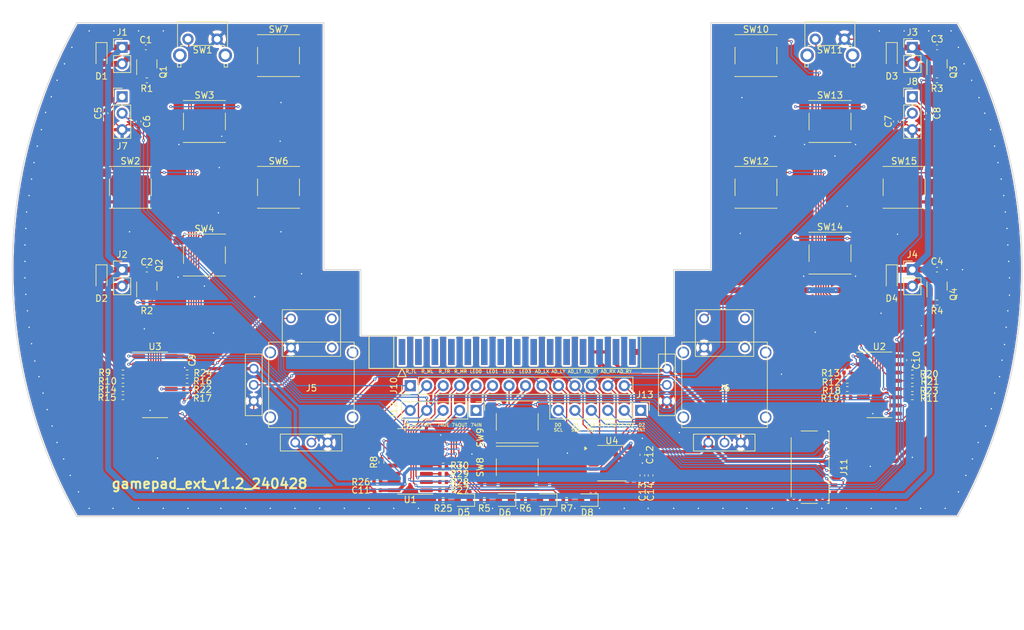
<source format=kicad_pcb>
(kicad_pcb (version 20240108) (generator "pcbnew") (generator_version "8.0")
  (layers (0 "F.Cu" signal) (31 "B.Cu" signal) (34 "B.Paste" user) (35 "F.Paste" user) (36 "B.SilkS" user "B.Silkscreen") (37 "F.SilkS" user "F.Silkscreen") (38 "B.Mask" user) (39 "F.Mask" user) (44 "Edge.Cuts" user))
  (net 0 "")
  (net 1 "/VCC")
  (net 2 "GND")
  (net 3 "Net-(D1-A)")
  (net 4 "Net-(D2-A)")
  (net 5 "Net-(D3-A)")
  (net 6 "Net-(D4-A)")
  (net 7 "Net-(D5-A)")
  (net 8 "Net-(D6-A)")
  (net 9 "/AD_LT")
  (net 10 "/AD_RT")
  (net 11 "/AD_LY")
  (net 12 "/AD_LX")
  (net 13 "/SW_LS")
  (net 14 "/AD_RY")
  (net 15 "/AD_RX")
  (net 16 "/SW_RS")
  (net 17 "/USB_DM")
  (net 18 "/USB_DP")
  (net 19 "Net-(D7-A)")
  (net 20 "Net-(D8-A)")
  (net 21 "/LED1")
  (net 23 "/74PL")
  (net 24 "/74CLK")
  (net 25 "/74OUT")
  (net 26 "/74IN")
  (net 27 "/SDA")
  (net 28 "Net-(U2-DS)")
  (net 29 "/GPIO0")
  (net 30 "/GPIO1")
  (net 31 "/GPIO2")
  (net 32 "/GPIO3")
  (net 33 "/GPIO4")
  (net 34 "/GPIO5")
  (net 35 "/GPIO6")
  (net 36 "/GPIO7")
  (net 37 "/GPIO8")
  (net 38 "/GPIO9")
  (net 39 "/GPIO10")
  (net 40 "/GPIO11")
  (net 41 "/GPIO12")
  (net 42 "/GPIO13")
  (net 43 "/GPIO14")
  (net 44 "/GPIO15")
  (net 45 "/GPIO16")
  (net 46 "/GPIO17")
  (net 47 "/GPIO18")
  (net 48 "/GPIO19")
  (net 49 "/GPIO20")
  (net 50 "/GPIO21")
  (net 51 "/GPIO22")
  (net 52 "/GPIO23")
  (net 53 "/INT")
  (net 55 "/PWREN")
  (net 56 "/RUMBLE_TL")
  (net 57 "/RUMBLE_ML")
  (net 58 "/RUMBLE_TR")
  (net 59 "/RUMBLE_MR")
  (net 60 "/LED2")
  (net 61 "/SW_LB")
  (net 62 "/SW_LL")
  (net 63 "/SW_LU")
  (net 64 "/SW_LD")
  (net 65 "/SW_LR")
  (net 66 "/SW_ML")
  (net 67 "/SW_HOME")
  (net 68 "/SW_MM")
  (net 69 "/SW_MR")
  (net 70 "/SW_RB")
  (net 71 "/SW_RL")
  (net 72 "/SW_RU")
  (net 73 "/SW_RD")
  (net 74 "/SW_RR")
  (net 79 "/74OE")
  (net 80 "Net-(U1-QA)")
  (net 81 "Net-(U1-QB)")
  (net 83 "/LED3")
  (net 84 "/LED0")
  (net 85 "Net-(U1-QC)")
  (net 86 "Net-(U1-QD)")
  (net 87 "/DO")
  (net 88 "/DI")
  (net 89 "/CS")
  (net 90 "/CLK")
  (net 91 "Net-(U1-QE)")
  (net 92 "/VBAT")
  (footprint "Package_SO:SOP-16_3.9x9.9mm_P1.27mm" (layer "F.Cu") (at 121.92 119.38)
    (property "Reference" "U3")
    (property "Value" "74HC165")
  )
  (footprint "Resistor_SMD:R_0402_1005Metric" (layer "F.Cu") (at 166.37 134.366)
    (property "Reference" "R28")
    (property "Value" "0")
  )
  (footprint "Resistor_SMD:R_0402_1005Metric" (layer "F.Cu") (at 228.727 120.015 180)
    (property "Reference" "R18")
    (property "Value" "4.7K")
  )
  (footprint "Button_Switch_SMD:SW_Push_1P1T_NO_6x6mm_H9.5mm" (layer "F.Cu") (at 237.49 88.9)
    (property "Reference" "SW15")
    (property "Value" "SW_Push")
  )
  (footprint "Resistor_SMD:R_0402_1005Metric" (layer "F.Cu") (at 242.57 106.68)
    (property "Reference" "R4")
    (property "Value" "47k")
  )
  (footprint "Resistor_SMD:R_0402_1005Metric" (layer "F.Cu") (at 126.873 120.015)
    (property "Reference" "R22")
    (property "Value" "4.7K")
  )
  (footprint "Button_Switch_SMD:SW_Push_1P1T_NO_6x6mm_H9.5mm" (layer "F.Cu") (at 214.63 88.9)
    (property "Reference" "SW12")
    (property "Value" "SW_Push")
  )
  (footprint "Button_Switch_SMD:SW_Push_1P1T_NO_6x6mm_H9.5mm" (layer "F.Cu") (at 177.8 132.08)
    (property "Reference" "SW8")
    (property "Value" "SW_Push")
  )
  (footprint "Resistor_SMD:R_0402_1005Metric" (layer "F.Cu") (at 179.07 137.16)
    (property "Reference" "R6")
    (property "Value" "100")
  )
  (footprint "Resistor_SMD:R_0402_1005Metric" (layer "F.Cu") (at 228.727 117.475 180)
    (property "Reference" "R13")
    (property "Value" "4.7K")
  )
  (footprint "Resistor_SMD:R_0402_1005Metric" (layer "F.Cu") (at 185.42 137.16)
    (property "Reference" "R7")
    (property "Value" "100")
  )
  (footprint "Resistor_SMD:R_0402_1005Metric" (layer "F.Cu") (at 166.37 135.636)
    (property "Reference" "R27")
    (property "Value" "0")
  )
  (footprint "Diode_SMD:D_SOD-323_HandSoldering" (layer "F.Cu") (at 235.585 102.87 -90)
    (property "Reference" "D4")
    (property "Value" "1N4148")
  )
  (footprint "Package_TO_SOT_SMD:SOT-23" (layer "F.Cu") (at 120.65 69.85 90)
    (property "Reference" "Q1")
    (property "Value" "AO3402")
  )
  (footprint "Capacitor_SMD:C_0402_1005Metric" (layer "F.Cu") (at 126.492 115.57 -90)
    (property "Reference" "C9")
    (property "Value" "100nF")
  )
  (footprint "Capacitor_SMD:C_0402_1005Metric" (layer "F.Cu") (at 238.252 115.57 -90)
    (property "Reference" "C10")
    (property "Value" "100nF")
  )
  (footprint "Connector_PinHeader_2.54mm:PinHeader_1x14_P2.54mm_Vertical" (layer "F.Cu") (at 161.3 119.507 90)
    (property "Reference" "J10")
    (property "Value" "Conn_01x14")
  )
  (footprint "Connector_PinHeader_2.54mm:PinHeader_1x03_P2.54mm_Vertical" (layer "F.Cu") (at 116.84 74.93)
    (property "Reference" "J7")
    (property "Value" "Conn_01x03")
  )
  (footprint "Diode_SMD:D_SOD-323_HandSoldering" (layer "F.Cu") (at 113.665 68.58 -90)
    (property "Reference" "D1")
    (property "Value" "1N4148")
  )
  (footprint "LED_SMD:LED_0805_2012Metric" (layer "F.Cu") (at 169.545 137.16 180)
    (property "Reference" "D5")
    (property "Value" "LED")
  )
  (footprint "Connector_PinHeader_2.54mm:PinHeader_1x06_P2.54mm_Vertical" (layer "F.Cu") (at 196.85 123.317 -90)
    (property "Reference" "J13")
    (property "Value" "Conn_01x06")
  )
  (footprint "Resistor_SMD:R_0402_1005Metric" (layer "F.Cu") (at 228.727 118.745 180)
    (property "Reference" "R12")
    (property "Value" "4.7K")
  )
  (footprint "Button_Switch_SMD:SW_Push_1P1T_NO_6x6mm_H9.5mm" (layer "F.Cu") (at 214.63 68.58)
    (property "Reference" "SW10")
    (property "Value" "SW_Push")
  )
  (footprint "Button_Switch_SMD:SW_Push_1P1T_NO_6x6mm_H9.5mm" (layer "F.Cu") (at 140.97 68.58)
    (property "Reference" "SW7")
    (property "Value" "SW_Push")
  )
  (footprint "Resistor_SMD:R_0402_1005Metric" (layer "F.Cu") (at 166.368 131.826)
    (property "Reference" "R30")
    (property "Value" "0")
  )
  (footprint "Resistor_SMD:R_0402_1005Metric" (layer "F.Cu") (at 238.76 118.745)
    (property "Reference" "R21")
    (property "Value" "4.7K")
  )
  (footprint "Resistor_SMD:R_0402_1005Metric" (layer "F.Cu") (at 166.37 133.096)
    (property "Reference" "R29")
    (property "Value" "0")
  )
  (footprint "Capacitor_SMD:C_0402_1005Metric" (layer "F.Cu") (at 119.38 78.74 90)
    (property "Reference" "C6")
    (property "Value" "10pF")
  )
  (footprint "Capacitor_SMD:C_0402_1005Metric" (layer "F.Cu") (at 242.57 101.6)
    (property "Reference" "C4")
    (property "Value" "1uF")
  )
  (footprint "Capacitor_SMD:C_0402_1005Metric" (layer "F.Cu") (at 120.65 101.6)
    (property "Reference" "C2")
    (property "Value" "1uF")
  )
  (footprint "LED_SMD:LED_0805_2012Metric" (layer "F.Cu") (at 175.895 137.16 180)
    (property "Reference" "D6")
    (property "Value" "LED")
  )
  (footprint "Package_SO:SOP-16_3.9x9.9mm_P1.27mm" (layer "F.Cu") (at 161.292 131.191 180)
    (property "Reference" "U1")
    (property "Value" "74HC595")
  )
  (footprint "Resistor_SMD:R_0402_1005Metric" (layer "F.Cu") (at 116.967 118.745 180)
    (property "Reference" "R10")
    (property "Value" "4.7K")
  )
  (footprint "Resistor_SMD:R_0402_1005Metric" (layer "F.Cu") (at 238.76 117.475)
    (property "Reference" "R20")
    (property "Value" "4.7K")
  )
  (footprint "Button_Switch_SMD:SW_Push_1P1T_NO_6x6mm_H9.5mm" (layer "F.Cu") (at 118.11 88.9)
    (property "Reference" "SW2")
    (property "Value" "SW_Push")
  )
  (footprint "Button_Switch_SMD:SW_Push_1P1T_NO_6x6mm_H9.5mm" (layer "F.Cu") (at 226.06 78.74)
    (property "Reference" "SW13")
    (property "Value" "SW_Push")
  )
  (footprint "Capacitor_SMD:C_0402_1005Metric" (layer "F.Cu") (at 197.104 133.35 90)
    (property "Reference" "C13")
    (property "Value" "1uF")
  )
  (footprint "VSF:JoyStick" (layer "F.Cu") (at 146.05 119.38)
    (property "Reference" "J5")
    (property "Value" "~")
  )
  (footprint "Capacitor_SMD:C_0402_1005Metric" (layer "F.Cu") (at 236.22 78.74 90)
    (property "Reference" "C7")
    (property "Value" "10pF")
  )
  (footprint "Button_Switch_SMD:SW_Push_1P1T_NO_6x6mm_H9.5mm" (layer "F.Cu") (at 129.54 99.35)
    (property "Reference" "SW4")
    (property "Value" "SW_Push")
  )
  (footprint "Button_Switch_SMD:SW_Push_1P1T_NO_6x6mm_H9.5mm" (layer "F.Cu") (at 226.06 99.06)
    (property "Reference" "SW14")
    (property "Value" "SW_Push")
  )
  (footprint "Button_Switch_SMD:SW_Push_1P1T_NO_6x6mm_H9.5mm" (layer "F.Cu") (at 140.97 88.9)
    (property "Reference" "SW6")
    (property "Value" "SW_Push")
  )
  (footprint "Package_TO_SOT_SMD:SOT-23" (layer "F.Cu") (at 242.57 104.14 90)
    (property "Reference" "Q4")
    (property "Value" "AO3402")
  )
  (footprint "Button_Switch_THT:SW_Tactile_SPST_Angled_PTS645Vx58-2LFS" (layer "F.Cu") (at 127 66.04)
    (property "Reference" "SW1")
    (property "Value" "SW_Push")
  )
  (footprint "Capacitor_SMD:C_0402_1005Metric" (layer "F.Cu") (at 242.57 67.31)
    (property "Reference" "C3")
    (property "Value" "1uF")
  )
  (footprint "Capacitor_SMD:C_0402_1005Metric" (layer "F.Cu") (at 120.495 67.31)
    (property "Reference" "C1")
    (property "Value" "1uF")
  )
  (footprint "Capacitor_SMD:C_0402_1005Metric" (layer "F.Cu") (at 197.104 130.175 -90)
    (property "Reference" "C12")
    (property "Value" "100nF")
  )
  (footprint "Resistor_SMD:R_0402_1005Metric" (layer "F.Cu") (at 126.873 118.745)
    (property "Reference" "R16")
    (property "Value" "4.7K")
  )
  (footprint "Connector_PinHeader_2.54mm:PinHeader_1x02_P2.54mm_Vertical" (layer "F.Cu") (at 116.84 101.6)
    (property "Reference" "J2")
    (property "Value" "Rumble_ML")
  )
  (footprint "Button_Switch_THT:SW_Tactile_SPST_Angled_PTS645Vx58-2LFS" (layer "F.Cu") (at 223.785 66.04)
    (property "Reference" "SW11")
    (property "Value" "SW_Push")
  )
  (footprint "Resistor_SMD:R_0402_1005Metric" (layer "F.Cu") (at 238.76 120.015)
    (property "Reference" "R23")
    (property "Value" "4.7K")
  )
  (footprint "Connector_PinHeader_2.54mm:PinHeader_1x02_P2.54mm_Vertical" (layer "F.Cu") (at 116.84 67.31)
    (property "Reference" "J1")
    (property "Value" "Rumble_TL")
  )
  (footprint "Resistor_SMD:R_0402_1005Metric" (layer "F.Cu") (at 238.76 121.285)
    (property "Reference" "R11")
    (property "Value" "4.7K")
  )
  (footprint "Button_Switch_SMD:SW_Push_1P1T_NO_6x6mm_H9.5mm" (layer "F.Cu") (at 129.54 78.74)
    (property "Reference" "SW3")
    (property "Value" "SW_Push")
  )
  (footprint "VSF:PinSocket_2x15_P2.54mm_Horizontal_2Layer" (layer "F.Cu") (at 177.8 114.3 90)
    (property "Reference" "J9")
    (property "Value" "Conn_02x15_Odd_Even")
  )
  (footprint "Resistor_SMD:R_0402_1005Metric" (layer "F.Cu") (at 116.967 117.475 180)
    (property "Reference" "R9")
    (property "Value" "4.7K")
  )
  (footprint "Capacitor_SMD:C_0402_1005Metric" (layer "F.Cu") (at 198.374 133.35 90)
    (property "Reference" "C14")
    (property "Value" "100nF")
  )
  (footprint "Resistor_SMD:R_0402_1005Metric" (layer "F.Cu") (at 116.967 120.015 180)
    (property "Reference" "R14")
    (property "Value" "4.7K")
  )
  (footprint "VSF:MicroSD_Tiny" (layer "F.Cu") (at 226.67 132.08 90)
    (property "Reference" "J11")
    (property "Value" "Micro_SD_Card_Det1")
  )
  (footprint "LED_SMD:LED_0805_2012Metric" (layer "F.Cu") (at 188.595 137.16 180)
    (property "Reference" "D8")
    (property "Value" "LED")
  )
  (footprint "Package_TO_SOT_SMD:SOT-23" (layer "F.Cu") (at 120.65 104.14 90)
    (property "Reference" "Q2")
    (property "Value" "AO3402")
  )
  (footprint "VSF:Gamepad_Outline" (layer "F.Cu") (at 177.8 101.6)
    (property "Reference" "VSF1" (hide yes))
    (property "Value" "~")
    (fp_line (start -67.946196 38.097867) (end 67.946196 38.097867) (stroke (width 0.12)) (layer "Edge.Cuts"))
    (fp_line (start -29.845 -38.1) (end -67.945 -38.1) (stroke (width 0.12)) (layer "Edge.Cuts"))
    (fp_line (start -29.845 -38.1) (end -29.845 0) (stroke (width 0.12)) (layer "Edge.Cuts"))
    (fp_line (start -29.845 0) (end -24.13 0) (stroke (width 0.12)) (layer "Edge.Cuts"))
    (fp_line (start -24.13 0) (end -24.13 10.16) (stroke (width 0.12)) (layer "Edge.Cuts"))
    (fp_line (start 24.13 0) (end 24.13 10.16) (stroke (width 0.12)) (layer "Edge.Cuts"))
    (fp_line (start 24.13 10.16) (end -24.13 10.16) (stroke (width 0.12)) (layer "Edge.Cuts"))
    (fp_line (start 29.845 -38.1) (end 67.945 -38.1) (stroke (width 0.12)) (layer "Edge.Cuts"))
    (fp_line (start 29.845 0) (end 24.13 0) (stroke (width 0.12)) (layer "Edge.Cuts"))
    (fp_line (start 29.845 0) (end 29.845 -38.1) (stroke (width 0.12)) (layer "Edge.Cuts"))
    (fp_arc (start -67.946196 38.097867) (mid -77.898222 -0.001223) (end -67.945 -38.1) (stroke (width 0.12)) (layer "Edge.Cuts"))
    (fp_arc (start 67.945 -38.1) (mid 77.898222 -0.001223) (end 67.946196 38.097867) (stroke (width 0.12)) (layer "Edge.Cuts"))
  )
  (footprint "LED_SMD:LED_0805_2012Metric" (layer "F.Cu") (at 182.245 137.16 180)
    (property "Reference" "D7")
    (property "Value" "LED")
  )
  (footprint "Diode_SMD:D_SOD-323_HandSoldering" (layer "F.Cu") (at 113.665 102.87 -90)
    (property "Reference" "D2")
    (property "Value" "1N4148")
  )
  (footprint "Resistor_SMD:R_0402_1005Metric" (layer "F.Cu") (at 172.72 137.16)
    (property "Reference" "R5")
    (property "Value" "100")
  )
  (footprint "Connector_PinHeader_2.54mm:PinHeader_1x02_P2.54mm_Vertical" (layer "F.Cu") (at 238.76 101.6)
    (property "Reference" "J4")
    (property "Value" "Rumble_MR")
  )
  (footprint "Resistor_SMD:R_0402_1005Metric" (layer "F.Cu") (at 120.65 106.68)
    (property "Reference" "R2")
    (property "Value" "47k")
  )
  (footprint "Capacitor_SMD:C_0402_1005Metric" (layer "F.Cu") (at 114.3 77.47 90)
    (property "Reference" "C5")
    (property "Value" "0.1uF")
  )
  (footprint "Resistor_SMD:R_0402_1005Metric" (layer "F.Cu") (at 156.212 134.366 180)
    (property "Reference" "R26")
    (property "Value" "0")
  )
  (footprint "Resistor_SMD:R_0402_1005Metric" (layer "F.Cu") (at 228.727 121.285 180)
    (property "Reference" "R19")
    (property "Value" "4.7K")
  )
  (footprint "Resistor_SMD:R_0402_1005Metric" (layer "F.Cu") (at 242.57 72.39)
    (property "Reference" "R3")
    (property "Value" "47k")
  )
  (footprint "Resistor_SMD:R_0402_1005Metric" (layer "F.Cu") (at 166.37 137.16)
    (property "Reference" "R25")
    (property "Value" "100")
  )
  (footprint "Resistor_SMD:R_0402_1005Metric" (layer "F.Cu") (at 116.967 121.285 180)
    (property "Reference" "R15")
    (property "Value" "4.7K")
  )
  (footprint "Resistor_SMD:R_0402_1005Metric" (layer "F.Cu") (at 126.873 117.475)
    (property "Reference" "R24")
    (property "Value" "4.7K")
  )
  (footprint "Button_Switch_SMD:SW_Push_1P1T_NO_6x6mm_H9.5mm" (layer "F.Cu") (at 177.8 125.095)
    (property "Reference" "SW9")
    (property "Value" "SW_Push")
  )
  (footprint "Package_SO:SOP-16_3.9x9.9mm_P1.27mm" (layer "F.Cu") (at 233.68 119.38)
    (property "Reference" "U2")
    (property "Value" "74HC165")
  )
  (footprint "Connector_PinHeader_2.54mm:PinHeader_1x05_P2.54mm_Vertical" (layer "F.Cu") (at 171.45 123.317 -90)
    (property "Reference" "J12")
    (property "Value" "Conn_01x05")
  )
  (footprint "VSF:JoyStick" (layer "F.Cu") (at 209.785 119.38)
    (property "Reference" "J6")
    (property "Value" "~")
  )
  (footprint "Package_TO_SOT_SMD:SOT-23" (layer "F.Cu") (at 242.57 69.85 90)
    (property "Reference" "Q3")
    (property "Value" "AO3402")
  )
  (footprint "Package_SO:TSSOP-16_4.4x5mm_P0.65mm" (layer "F.Cu") (at 192.405 131.456)
    (property "Reference" "U4")
    (property "Value" "ADS7830")
  )
  (footprint "Capacitor_SMD:C_0402_1005Metric" (layer "F.Cu") (at 156.212 135.636 180)
    (property "Reference" "C11")
    (property "Value" "100nF")
  )
  (footprint "Connector_PinHeader_2.54mm:PinHeader_1x03_P2.54mm_Vertical" (layer "F.Cu") (at 238.76 74.93)
    (property "Reference" "J8")
    (property "Value" "Conn_01x03")
  )
  (footprint "Resistor_SMD:R_0402_1005Metric" (layer "F.Cu") (at 126.873 121.285)
    (property "Reference" "R17")
    (property "Value" "4.7K")
  )
  (footprint "Diode_SMD:D_SOD-323_HandSoldering" (layer "F.Cu") (at 235.585 68.58 -90)
    (property "Reference" "D3")
    (property "Value" "1N4148")
  )
  (footprint "Connector_PinHeader_2.54mm:PinHeader_1x02_P2.54mm_Vertical" (layer "F.Cu") (at 238.76 67.31)
    (property "Reference" "J3")
    (property "Value" "Rumble_TR")
  )
  (footprint "Resistor_SMD:R_0402_1005Metric" (layer "F.Cu") (at 120.65 72.39)
    (property "Reference" "R1")
    (property "Value" "47k")
  )
  (footprint "Capacitor_SMD:C_0402_1005Metric" (layer "F.Cu") (at 241.3 77.47 90)
    (property "Reference" "C8")
    (property "Value" "0.1uF")
  )
  (footprint "Resistor_SMD:R_0402_1005Metric" (layer "F.Cu") (at 156.845 131.318 90)
    (property "Reference" "R8")
    (property "Value" "4.7K")
  )
  (gr_text "D2" (at 196.469 125.857 0) (layer "F.SilkS") (effects (font (size 0.5 0.5) (thickness 0.1) (bold yes)) (justify left bottom)))
  (gr_text "AD_LT" (at 185.547 117.602 0) (layer "F.SilkS") (effects (font (size 0.5 0.5) (thickness 0.1) (bold yes)) (justify left bottom)))
  (gr_text "CS/D3" (at 193.294 125.857 0) (layer "F.SilkS") (effects (font (size 0.5 0.5) (thickness 0.1) (bold yes)) (justify left bottom)))
  (gr_text "74OUT" (at 167.64 125.857 0) (layer "F.SilkS") (effects (font (size 0.5 0.5) (thickness 0.1) (bold yes)) (justify left bottom)))
  (gr_text "INT" (at 196.342 126.619 0) (layer "F.SilkS") (effects (font (size 0.5 0.5) (thickness 0.1) (bold yes)) (justify left bottom)))
  (gr_text "DI/CMD" (at 190.246 125.857 0) (layer "F.SilkS") (effects (font (size 0.5 0.5) (thickness 0.1) (bold yes)) (justify left bottom)))
  (gr_text "D1" (at 186.309 125.857 0) (layer "F.SilkS") (effects (font (size 0.5 0.5) (thickness 0.1) (bold yes)) (justify left bottom)))
  (gr_text "74PL" (at 162.814 125.857 0) (layer "F.SilkS") (effects (font (size 0.5 0.5) (thickness 0.1) (bold yes)) (justify left bottom)))
  (gr_text "R_TR" (at 165.608 117.602 0) (layer "F.SilkS") (effects (font (size 0.5 0.5) (thickness 0.1) (bold yes)) (justify left bottom)))
  (gr_text "R_MR" (at 168.021 117.602 0) (layer "F.SilkS") (effects (font (size 0.5 0.5) (thickness 0.1) (bold yes)) (justify left bottom)))
  (gr_text "AD_RY" (at 193.167 117.602 0) (layer "F.SilkS") (effects (font (size 0.5 0.5) (thickness 0.1) (bold yes)) (justify left bottom)))
  (gr_text "LED1" (at 172.974 117.602 0) (layer "F.SilkS") (effects (font (size 0.5 0.5) (thickness 0.1) (bold yes)) (justify left bottom)))
  (gr_text "LED2" (at 175.514 117.602 0) (layer "F.SilkS") (effects (font (size 0.5 0.5) (thickness 0.1) (bold yes)) (justify left bottom)))
  (gr_text "74OE" (at 165.354 125.857 0) (layer "F.SilkS") (effects (font (size 0.5 0.5) (thickness 0.1) (bold yes)) (justify left bottom)))
  (gr_text "CLK" (at 188.468 125.857 0) (layer "F.SilkS") (effects (font (size 0.5 0.5) (thickness 0.1) (bold yes)) (justify left bottom)))
  (gr_text "SDA" (at 186.055 126.619 0) (layer "F.SilkS") (effects (font (size 0.5 0.5) (thickness 0.1) (bold yes)) (justify left bottom)))
  (gr_text "gamepad_ext_v1.2_240428" (at 115.062 135.509 0) (layer "F.SilkS") (effects (font (size 1.5 1.5) (thickness 0.3) (bold yes)) (justify left bottom)))
  (gr_text "SCL" (at 183.388 126.619 0) (layer "F.SilkS") (effects (font (size 0.5 0.5) (thickness 0.1) (bold yes)) (justify left bottom)))
  (gr_text "RST" (at 188.468 126.619 0) (layer "F.SilkS") (effects (font (size 0.5 0.5) (thickness 0.1) (bold yes)) (justify left bottom)))
  (gr_text "DO" (at 183.515 125.857 0) (layer "F.SilkS") (effects (font (size 0.5 0.5) (thickness 0.1) (bold yes)) (justify left bottom)))
  (gr_text "AD_LY" (at 183.007 117.602 0) (layer "F.SilkS") (effects (font (size 0.5 0.5) (thickness 0.1) (bold yes)) (justify left bottom)))
  (gr_text "R_ML" (at 162.941 117.602 0) (layer "F.SilkS") (effects (font (size 0.5 0.5) (thickness 0.1) (bold yes)) (justify left bottom)))
  (gr_text "LED3" (at 178.054 117.602 0) (layer "F.SilkS") (effects (font (size 0.5 0.5) (thickness 0.1) (bold yes)) (justify left bottom)))
  (gr_text "AD_RT" (at 188.087 117.602 0) (layer "F.SilkS") (effects (font (size 0.5 0.5) (thickness 0.1) (bold yes)) (justify left bottom)))
  (gr_text "LED0" (at 170.434 117.602 0) (layer "F.SilkS") (effects (font (size 0.5 0.5) (thickness 0.1) (bold yes)) (justify left bottom)))
  (gr_text "R_TL" (at 160.528 117.602 0) (layer "F.SilkS") (effects (font (size 0.5 0.5) (thickness 0.1) (bold yes)) (justify left bottom)))
  (gr_text "AD_RX" (at 190.627 117.602 0) (layer "F.SilkS") (effects (font (size 0.5 0.5) (thickness 0.1) (bold yes)) (justify left bottom)))
  (gr_text "74IN" (at 170.561 125.857 0) (layer "F.SilkS") (effects (font (size 0.5 0.5) (thickness 0.1) (bold yes)) (justify left bottom)))
  (gr_text "74CLK" (at 160.02 125.857 0) (layer "F.SilkS") (effects (font (size 0.5 0.5) (thickness 0.1) (bold yes)) (justify left bottom)))
  (gr_text "AD_LX" (at 180.467 117.602 0) (layer "F.SilkS") (effects (font (size 0.5 0.5) (thickness 0.1) (bold yes)) (justify left bottom)))
  (segment (start 197.104 129.695) (end 196.59 129.181) (width 0.508) (layer "F.Cu") (net 1))
  (segment (start 126.337 114.935) (end 126.492 115.09) (width 0.508) (layer "F.Cu") (net 1))
  (segment (start 159.512 135.636) (end 158.792 135.636) (width 0.508) (layer "F.Cu") (net 1))
  (segment (start 228.217 118.745) (end 228.217 117.475) (width 0.1905) (layer "F.Cu") (net 1))
  (segment (start 239.27 116.108) (end 238.252 115.09) (width 0.1905) (layer "F.Cu") (net 1))
  (segment (start 245.11 80.8) (end 245.11 108.232) (width 0.1905) (layer "F.Cu") (net 1))
  (segment (start 230.124 124.714) (end 237.236 124.714) (width 0.1905) (layer "F.Cu") (net 1))
  (segment (start 114.78 76.99) (end 116.84 74.93) (width 0.1905) (layer "F.Cu") (net 1))
  (segment (start 226.67 131.18) (end 236.231 131.18) (width 0.508) (layer "F.Cu") (net 1))
  (segment (start 116.457 122.807) (end 118.364 124.714) (width 0.1905) (layer "F.Cu") (net 1))
  (segment (start 127.383 120.015) (end 127.383 118.745) (width 0.1905) (layer "F.Cu") (net 1))
  (segment (start 195.2675 128.4555) (end 195.326 128.397) (width 0.508) (layer "F.Cu") (net 1))
  (segment (start 114.3 76.99) (end 114.78 76.99) (width 0.1905) (layer "F.Cu") (net 1))
  (segment (start 240.411 116.939001) (end 238.561999 115.09) (width 0.508) (layer "F.Cu") (net 1))
  (segment (start 197.104 132.87) (end 198.374 132.87) (width 0.1905) (layer "F.Cu") (net 1))
  (segment (start 111.887 79.403) (end 111.887 112.905) (width 0.1905) (layer "F.Cu") (net 1))
  (segment (start 127.383 121.285) (end 127.383 120.015) (width 0.1905) (layer "F.Cu") (net 1))
  (segment (start 127.383 123.442) (end 127.383 121.285) (width 0.1905) (layer "F.Cu") (net 1))
  (segment (start 241.3 76.99) (end 245.11 80.8) (width 0.1905) (layer "F.Cu") (net 1))
  (segment (start 116.457 121.285) (end 116.457 122.807) (width 0.1905) (layer "F.Cu") (net 1))
  (segment (start 196.893 133.081) (end 197.104 132.87) (width 0.1905) (layer "F.Cu") (net 1))
  (segment (start 207.285 128.28) (end 207.285 123.28) (width 0.508) (layer "F.Cu") (net 1))
  (segment (start 237.236 124.714) (end 239.27 122.68) (width 0.1905) (layer "F.Cu") (net 1))
  (segment (start 239.27 120.015) (end 239.27 121.285) (width 0.1905) (layer "F.Cu") (net 1))
  (segment (start 118.364 124.714) (end 126.111 124.714) (width 0.1905) (layer "F.Cu") (net 1))
  (segment (start 196.59 129.181) (end 195.2675 129.181) (width 0.508) (layer "F.Cu") (net 1))
  (segment (start 228.217 121.285) (end 228.217 120.015) (width 0.1905) (layer "F.Cu") (net 1))
  (segment (start 226.67 131.18) (end 210.185 131.18) (width 0.508) (layer "F.Cu") (net 1))
  (segment (start 205.87 129.695) (end 197.104 129.695) (width 0.508) (layer "F.Cu") (net 1))
  (segment (start 160.4645 134.6835) (end 159.512 135.636) (width 0.508) (layer "F.Cu") (net 1))
  (segment (start 236.18 114.935) (end 238.097 114.935) (width 0.508) (layer "F.Cu") (net 1))
  (segment (start 228.217 122.807) (end 230.124 124.714) (width 0.1905) (layer "F.Cu") (net 1))
  (segment (start 158.792 135.636) (end 156.692 135.636) (width 0.508) (layer "F.Cu") (net 1))
  (segment (start 127.383 118.745) (end 127.383 117.475) (width 0.1905) (layer "F.Cu") (net 1))
  (segment (start 239.27 117.475) (end 239.27 116.108) (width 0.1905) (layer "F.Cu") (net 1))
  (segment (start 207.285 123.28) (end 200.885 116.88) (width 0.508) (layer "F.Cu") (net 1))
  (segment (start 126.111 124.714) (end 127.383 123.442) (width 0.1905) (layer "F.Cu") (net 1))
  (segment (start 210.185 131.18) (end 207.285 128.28) (width 0.508) (layer "F.Cu") (net 1))
  (segment (start 239.27 122.68) (end 239.27 121.285) (width 0.1905) (layer "F.Cu") (net 1))
  (segment (start 193.04 116.205) (end 193.929 117.094) (width 0.508) (layer "F.Cu") (net 1))
  (segment (start 116.457 121.285) (end 116.457 120.015) (width 0.1905) (layer "F.Cu") (net 1))
  (segment (start 114.3 76.99) (end 111.887 79.403) (width 0.1905) (layer "F.Cu") (net 1))
  (segment (start 128.691 116.88) (end 126.901 115.09) (width 0.508) (layer "F.Cu") (net 1))
  (segment (start 207.285 128.28) (end 205.87 129.695) (width 0.508) (layer "F.Cu") (net 1))
  (segment (start 241.3 76.99) (end 240.82 76.99) (width 0.1905) (layer "F.Cu") (net 1))
  (segment (start 240.411 127) (end 240.411 116.939001) (width 0.508) (layer "F.Cu") (net 1))
  (segment (start 156.845 130.048) (end 156.845 130.808) (width 0.1905) (layer "F.Cu") (net 1))
  (segment (start 158.792 128.016) (end 157.226 128.016) (width 0.1905) (layer "F.Cu") (net 1))
  (segment (start 116.457 117.475) (end 116.457 118.745) (width 0.1905) (layer "F.Cu") (net 1))
  (segment (start 239.27 118.745) (end 239.27 120.015) (width 0.1905) (layer "F.Cu") (net 1))
  (segment (start 240.82 76.99) (end 238.76 74.93) (width 0.1905) (layer "F.Cu") (net 1))
  (segment (start 137.15 116.88) (end 128.691 116.88) (width 0.508) (layer "F.Cu") (net 1))
  (segment (start 193.929 117.094) (end 200.671 117.094) (width 0.508) (layer "F.Cu") (net 1))
  (segment (start 238.561999 115.09) (end 238.252 115.09) (width 0.508) (layer "F.Cu") (net 1))
  (segment (start 228.217 120.015) (end 228.217 118.745) (width 0.1905) (layer "F.Cu") (net 1))
  (segment (start 111.887 112.905) (end 116.457 117.475) (width 0.1905) (layer "F.Cu") (net 1))
  (segment (start 228.217 121.285) (end 228.217 122.807) (width 0.1905) (layer "F.Cu") (net 1))
  (segment (start 116.457 120.015) (end 116.457 118.745) (width 0.1905) (layer "F.Cu") (net 1))
  (segment (start 236.231 131.18) (end 240.411 127) (width 0.508) (layer "F.Cu") (net 1))
  (segment (start 127.383 115.981) (end 126.492 115.09) (width 0.1905) (layer "F.Cu") (net 1))
  (segment (start 238.097 114.935) (end 238.252 115.09) (width 0.508) (layer "F.Cu") (net 1))
  (segment (start 127.383 117.475) (end 127.383 115.981) (width 0.1905) (layer "F.Cu") (net 1))
  (segment (start 195.2675 129.181) (end 195.2675 128.4555) (width 0.508) (layer "F.Cu") (net 1))
  (segment (start 245.11 108.232) (end 238.252 115.09) (width 0.1905) (layer "F.Cu") (net 1))
  (segment (start 195.2675 133.081) (end 196.893 133.081) (width 0.1905) (layer "F.Cu") (net 1))
  (segment (start 239.27 117.475) (end 239.27 118.745) (width 0.1905) (layer "F.Cu") (net 1))
  (segment (start 126.901 115.09) (end 126.492 115.09) (width 0.508) (layer "F.Cu") (net 1))
  (segment (start 198.374 132.87) (end 198.374 130.965) (width 0.1905) (layer "F.Cu") (net 1))
  (segment (start 124.42 114.935) (end 126.337 114.935) (width 0.508) (layer "F.Cu") (net 1))
  (segment (start 193.04 114.3) (end 193.04 116.205) (width 0.508) (layer "F.Cu") (net 1))
  (segment (start 200.671 117.094) (end 200.885 116.88) (width 0.508) (layer "F.Cu") (net 1))
  (segment (start 198.374 130.965) (end 197.104 129.695) (width 0.1905) (layer "F.Cu") (net 1))
  (via (at 157.226 128.016) (size 0.45085) (drill 0.2032) (layers "F.Cu" "B.Cu") (net 1))
  (via (at 156.845 130.048) (size 0.45085) (drill 0.2032) (layers "F.Cu" "B.Cu") (net 1))
  (via (at 195.326 128.397) (size 0.45085) (drill 0.2032) (layers "F.Cu" "B.Cu") (net 1))
  (via (at 160.4645 134.6835) (size 0.45085) (drill 0.2032) (layers "F.Cu" "B.Cu") (net 1))
  (segment (start 143.55 123.28) (end 137.15 116.88) (width 0.508) (layer "B.Cu") (net 1))
  (segment (start 160.4645 133.6675) (end 160.4645 134.6835) (width 0.1905) (layer "B.Cu") (net 1))
  (segment (start 161.163 132.334) (end 191.389 132.334) (width 0.508) (layer "B.Cu") (net 1))
  (segment (start 160.401 133.096) (end 161.163 132.334) (width 0.508) (layer "B.Cu") (net 1))
  (segment (start 191.389 132.334) (end 195.326 128.397) (width 0.508) (layer "B.Cu") (net 1))
  (segment (start 160.401 134.62) (end 160.401 133.096) (width 0.508) (layer "B.Cu") (net 1))
  (segment (start 143.55 128.28) (end 149.9535 134.6835) (width 0.508) (layer "B.Cu") (net 1))
  (segment (start 149.9535 134.6835) (end 160.4645 134.6835) (width 0.508) (layer "B.Cu") (net 1))
  (segment (start 157.226 129.667) (end 156.845 130.048) (width 0.1905) (layer "B.Cu") (net 1))
  (segment (start 143.55 128.28) (end 143.55 123.28) (width 0.508) (layer "B.Cu") (net 1))
  (segment (start 156.845 130.048) (end 160.4645 133.6675) (width 0.1905) (layer "B.Cu") (net 1))
  (segment (start 160.4645 134.6835) (end 160.401 134.62) (width 0.508) (layer "B.Cu") (net 1))
  (segment (start 157.226 128.016) (end 157.226 129.667) (width 0.1905) (layer "B.Cu") (net 1))
  (segment (start 222.123 87.632) (end 218.605 91.15) (width 0.1905) (layer "F.Cu") (net 2))
  (segment (start 222.085 82.258) (end 222.123 82.296) (width 0.1905) (layer "F.Cu") (net 2))
  (segment (start 132.08 101.6) (end 129.54 104.14) (width 0.1905) (layer "F.Cu") (net 2))
  (segment (start 121.6 105.0775) (end 121.6 102.07) (width 0.1905) (layer "F.Cu") (net 2))
  (segment (start 122.085 91.15) (end 114.135 91.15) (width 0.1905) (layer "F.Cu") (net 2))
  (segment (start 200.885 121.88) (end 200.885 124.812) (width 0.508) (layer "F.Cu") (net 2))
  (segment (start 226.67 133.73) (end 227.458 133.73) (width 0.508) (layer "F.Cu") (net 2))
  (segment (start 243.52 106.24) (end 243.52 105.0775) (width 0.508) (layer "F.Cu") (net 2))
  (segment (start 186.7025 134.33) (end 189.5325 137.16) (width 0.1905) (layer "F.Cu") (net 2))
  (segment (start 243.08 72.39) (end 243.52 71.95) (width 0.508) (layer "F.Cu") (net 2))
  (segment (start 236.22 79.22) (end 237.97 79.22) (width 0.1905) (layer "F.Cu") (net 2))
  (segment (start 193.929 131.572) (end 193.922 131.572) (width 0.1905) (layer "F.Cu") (net 2))
  (segment (start 119.42 123.825) (end 120.65 123.825) (width 0.508) (layer "F.Cu") (net 2))
  (segment (start 244.094 93.779) (end 244.094 101.6) (width 0.1905) (layer "F.Cu") (net 2))
  (segment (start 177.9755 138.303) (end 176.8325 137.16) (width 0.1905) (layer "F.Cu") (net 2))
  (segment (start 158.399 138.303) (end 169.3395 138.303) (width 0.1905) (layer "F.Cu") (net 2))
  (segment (start 188.3895 138.303) (end 189.5325 137.16) (width 0.1905) (layer "F.Cu") (net 2))
  (segment (start 163.792 126.746) (end 165.608 126.746) (width 0.508) (layer "F.Cu") (net 2))
  (segment (start 237.363 131.953) (end 238.76 130.556) (width 0.508) (layer "F.Cu") (net 2))
  (segment (start 117.63 79.22) (end 119.38 79.22) (width 0.1905) (layer "F.Cu") (net 2))
  (segment (start 136.995 70.83) (end 136.995 77.51) (width 0.1905) (layer "F.Cu") (net 2))
  (segment (start 125.476 82.423) (end 125.603 82.296) (width 0.1905) (layer "F.Cu") (net 2))
  (segment (start 133.515 101.6) (end 132.08 101.6) (width 0.1905) (layer "F.Cu") (net 2))
  (segment (start 155.732 135.636) (end 158.399 138.303) (width 0.1905) (layer "F.Cu") (net 2))
  (segment (start 183.1825 137.16) (end 184.3255 138.303) (width 0.1905) (layer "F.Cu") (net 2))
  (segment (start 192.9615 133.731) (end 195.2675 133.731) (width 0.1905) (layer "F.Cu") (net 2))
  (segment (start 173.825 127.345) (end 181.775 127.345) (width 0.1905) (layer "F.Cu") (net 2))
  (segment (start 183.007 133.098) (end 181.775 134.33) (width 0.1905) (layer "F.Cu") (net 2))
  (segment (start 189.5325 137.16) (end 192.9615 133.731) (width 0.1905) (layer "F.Cu") (net 2))
  (segment (start 141.732 129.794) (end 147.036 129.794) (width 0.1905) (layer "F.Cu") (net 2))
  (segment (start 243.52 105.0775) (end 243.52 102.07) (width 0.508) (layer "F.Cu") (net 2))
  (segment (start 230.035 102.578) (end 229.997 102.616) (width 0.1905) (layer "F.Cu") (net 2))
  (segment (start 241.465 91.15) (end 242.824 89.791) (width 0.1905) (layer "F.Cu") (net 2))
  (segment (start 224.92 126.58) (end 225.845 126.58) (width 0.1905) (layer "F.Cu") (net 2))
  (segment (start 194.31 133.731) (end 193.929 133.35) (width 0.1905) (layer "F.Cu") (net 2))
  (segment (start 125.476 101.689) (end 125.565 101.6) (width 0.1905) (layer "F.Cu") (net 2))
  (segment (start 198.374 133.83) (end 197.104 133.83) (width 0.1905) (layer "F.Cu") (net 2))
  (segment (start 227.458 133.73) (end 229.235 131.953) (width 0.508) (layer "F.Cu") (net 2))
  (segment (start 234.45 80.99) (end 230.035 80.99) (width 0.1905) (layer "F.Cu") (net 2))
  (segment (start 241.465 91.15) (end 244.094 93.779) (width 0.1905) (layer "F.Cu") (net 2))
  (segment (start 116.84 80.01) (end 117.63 79.22) (width 0.1905) (layer "F.Cu") (net 2))
  (segment (start 243.08 106.68) (end 243.52 106.24) (width 0.508) (layer "F.Cu") (net 2))
  (segment (start 218.605 70.83) (end 210.655 70.83) (width 0.1905) (layer "F.Cu") (net 2))
  (segment (start 221.996 101.399) (end 222.085 101.31) (width 0.1905) (layer "F.Cu") (net 2))
  (segment (start 171.6255 138.303) (end 170.4825 137.16) (width 0.1905) (layer "F.Cu") (net 2))
  (segment (start 121.13 101.6) (end 125.565 101.6) (width 0.1905) (layer "F.Cu") (net 2))
  (segment (start 176.8325 137.16) (end 175.6895 138.303) (width 0.1905) (layer "F.Cu") (net 2))
  (segment (start 121.16 76.585) (end 125.565 80.99) (width 0.508) (layer "F.Cu") (net 2))
  (segment (start 197.993 126.746) (end 202.819 126.746) (width 0.508) (layer "F.Cu") (net 2))
  (segment (start 190.5 114.3) (end 190.5 115.824) (width 0.508) (layer "F.Cu") (net 2))
  (segment (start 144.945 70.83) (end 136.995 70.83) (width 0.1905) (layer "F.Cu") (net 2))
  (segment (start 195.2675 131.131) (end 193.481 131.131) (width 0.508) (layer "F.Cu") (net 2))
  (segment (start 220.47 126.58) (end 224.92 126.58) (width 0.1905) (layer "F.Cu") (net 2))
  (segment (start 197.005 133.731) (end 195.2675 133.731) (width 0.1905) (layer "F.Cu") (net 2))
  (segment (start 241.3 77.95) (end 240.82 77.95) (width 0.1905) (layer "F.Cu") (net 2))
  (segment (start 121.6 67.935) (end 120.975 67.31) (width 0.508) (layer "F.Cu") (net 2))
  (segment (start 231.902 79.123) (end 231.902 67.945) (width 0.1905) (layer "F.Cu") (net 2))
  (segment (start 231.902 67.945) (end 229.997 66.04) (width 0.1905) (layer "F.Cu") (net 2))
  (segment (start 132.243 80.99) (end 132.207 81.026) (width 0.1905) (layer "F.Cu") (net 2))
  (segment (start 121.6 71.95) (end 121.16 72.39) (width 0.508) (layer "F.Cu") (net 2))
  (segment (start 169.3395 138.303) (end 170.4825 137.16) (width 0.1905) (layer "F.Cu") (net 2))
  (segment (start 124.42 116.205) (end 126.337 116.205) (width 0.1905) (layer "F.Cu") (net 2))
  (segment (start 144.945 91.15) (end 136.995 91.15) (width 0.1905) (layer "F.Cu") (net 2))
  (segment (start 173.825 134.33) (end 181.775 134.33) (width 0.1905) (layer "F.Cu") (net 2))
  (segment (start 210.655 91.15) (end 218.605 91.15) (width 0.1905) (layer "F.Cu") (net 2))
  (segment (start 233.515 91.15) (end 233.515 97.83) (width 0.1905) (layer "F.Cu") (net 2))
  (segment (start 119.761 82.423) (end 125.476 82.423) (width 0.1905) (layer "F.Cu") (net 2))
  (segment (start 238.252 116.078) (end 238.76 116.586) (width 0.508) (layer "F.Cu") (net 2))
  (segment (start 126.337 116.205) (end 126.492 116.05) (width 0.1905) (layer "F.Cu") (net 2))
  (segment (start 195.2675 132.431) (end 193.959 132.431) (width 0.1905) (layer "F.Cu") (net 2))
  (segment (start 136.995 77.51) (end 133.515 80.99) (width 0.1905) (layer "F.Cu") (net 2))
  (segment (start 121.6 70.7875) (end 121.6 71.95) (width 0.508) (layer "F.Cu") (net 2))
  (segment (start 213.985 126.58) (end 212.285 128.28) (width 0.1905) (layer "F.Cu") (net 2))
  (segment (start 240.157 110.236) (end 243.08 107.313) (width 0.508) (layer "F.Cu") (net 2))
  (segment (start 148.55 128.454) (end 148.55 128.28) (width 0.1905) (layer "F.Cu") (net 2))
  (segment (start 114.78 77.95) (end 116.84 80.01) (width 0.1905) (layer "F.Cu") (net 2))
  (segment (start 222.085 80.99) (end 218.605 77.51) (width 0.1905) (layer "F.Cu") (net 2))
  (segment (start 122.085 91.15) (end 122.085 100.645) (width 0.1905) (layer "F.Cu") (net 2))
  (segment (start 147.036 129.794) (end 148.55 128.28) (width 0.1905) (layer "F.Cu") (net 2))
  (segment (start 212.285 128.28) (end 212.285 119.28) (width 0.1905) (layer "F.Cu") (net 2))
  (segment (start 229.997 81.028) (end 230.035 80.99) (width 0.1905) (layer "F.Cu") (net 2))
  (segment (start 120.65 123.825) (end 121.158 123.317) (width 0.508) (layer "F.Cu") (net 2))
  (segment (start 222.085 80.99) (end 222.085 82.258) (width 0.1905) (layer "F.Cu") (net 2))
  (segment (start 155.732 135.636) (end 148.55 128.454) (width 0.1905) (layer "F.Cu") (net 2))
  (segment (start 244.094 101.6) (end 243.05 101.6) (width 0.508) (layer "F.Cu") (net 2))
  (segment (start 121.16 106.68) (end 121.6 106.24) (width 0.1905) (layer "F.Cu") (net 2))
  (segment (start 170.815 131.32) (end 173.825 134.33) (width 0.508) (layer "F.Cu") (net 2))
  (segment (start 183.007 128.577) (end 183.007 133.098) (width 0.1905) (layer "F.Cu") (net 2))
  (segment (start 125.603 82.296) (end 125.603 81.028) (width 0.1905) (layer "F.Cu") (net 2))
  (segment (start 125.603 81.028) (end 125.565 80.99) (width 0.1905) (layer "F.Cu") (net 2))
  (segment (start 218.605 77.51) (end 218.605 70.83) (width 0.1905) (layer "F.Cu") (net 2))
  (segment (start 195.2675 131.131) (end 196.628 131.131) (width 0.508) (layer "F.Cu") (net 2))
  (segment (start 232.283 131.953) (end 237.363 131.953) (width 0.508) (layer "F.Cu") (net 2))
  (segment (start 193.929 133.35) (end 193.929 132.461) (width 0.1905) (layer "F.Cu") (net 2))
  (segment (start 236.18 116.205) (end 238.097 116.205) (width 0.508) (layer "F.Cu") (net 2))
  (segment (start 220.47 126.58) (end 213.985 126.58) (width 0.1905) (layer "F.Cu") (net 2))
  (segment (start 121.6 102.07) (end 121.13 101.6) (width 0.1905) (layer "F.Cu") (net 2))
  (segment (start 243.08 107.313) (end 243.08 106.68) (width 0.508) (layer "F.Cu") (net 2))
  (segment (start 126.492 116.05) (end 126.492 116.713) (width 0.1905) (layer "F.Cu") (net 2))
  (segment (start 238.252 116.05) (end 238.252 116.078) (width 0.508) (layer "F.Cu") (net 2))
  (segment (start 139.827 101.6) (end 144.907 106.68) (width 0.1905) (layer "F.Cu") (net 2))
  (segment (start 197.104 130.655) (end 197.104 131.445) (width 0.508) (layer "F.Cu") (net 2))
  (segment (start 119.38 79.22) (end 119.38 82.042) (width 0.1905) (layer "F.Cu") (net 2))
  (segment (start 195.2675 133.731) (end 194.31 133.731) (width 0.1905) (layer "F.Cu") (net 2))
  (segment (start 200.885 124.812) (end 202.819 126.746) (width 0.508) (layer "F.Cu") (net 2))
  (segment (start 237.97 79.22) (end 238.76 80.01) (width 0.1905) (layer "F.Cu") (net 2))
  (segment (start 242.824 89.791) (end 242.824 84.074) (width 0.1905) (layer "F.Cu") (net 2))
  (segment (start 183.1825 137.16) (end 182.0395 138.303) (width 0.1905) (layer "F.Cu") (net 2))
  (segment (start 121.6 70.7875) (end 121.6 67.935) (width 0.508) (layer "F.Cu") (net 2))
  (segment (start 133.515 80.99) (end 132.243 80.99) (width 0.1905) (layer "F.Cu") (net 2))
  (segment (start 212.285 119.28) (end 206.635 113.63) (width 0.1905) (layer "F.Cu") (net 2))
  (segment (start 229.997 66.04) (end 228.285 66.04) (width 0.1905) (layer "F.Cu") (net 2))
  (segment (start 190.5 115.824) (end 192.532 117.856) (width 0.508) (layer "F.Cu") (net 2))
  (segment (start 238.097 116.205) (end 238.252 116.05) (width 0.508) (layer "F.Cu") (net 2))
  (segment (start 137.15 121.88) (end 137.15 125.212) (width 0.1905) (layer "F.Cu") (net 2))
  (segment (start 144.907 106.68) (end 144.907 111.623) (width 0.1905) (layer "F.Cu") (net 2))
  (segment (start 170.815 130.048) (end 170.815 131.32) (width 0.508) (layer "F.Cu") (net 2))
  (segment (start 243.52 70.7875) (end 243.52 67.78) (width 0.508) (layer "F.Cu") (net 2))
  (segment (start 230.035 101.31) (end 230.035 102.578) (width 0.1905) (layer "F.Cu") (net 2))
  (segment (start 222.123 82.296) (end 222.123 87.632) (width 0.1905) (layer "F.Cu") (net 2))
  (segment (start 192.532 117.856) (end 196.861 117.856) (width 0.508) (layer "F.Cu") (net 2))
  (segment (start 242.824 84.074) (end 238.76 80.01) (width 0.1905) (layer "F.Cu") (net 2))
  (segment (start 121.6 106.24) (end 121.6 105.0775) (width 0.1905) (layer "F.Cu") (net 2))
  (segment (start 231.18 123.825) (end 232.664 123.825) (width 0.508) (layer "F.Cu") (net 2))
  (segment (start 233.515 97.83) (end 230.035 101.31) (width 0.1905) (layer "F.Cu") (net 2))
  (segment (start 197.104 133.83) (end 197.005 133.731) (width 0.1905) (layer "F.Cu") (net 2))
  (segment (start 229.235 131.953) (end 232.283 131.953) (width 0.508) (layer "F.Cu") (net 2))
  (segment (start 181.775 134.33) (end 186.7025 134.33) (width 0.1905) (layer "F.Cu") (net 2))
  (segment (start 236.22 79.22) (end 234.45 80.99) (width 0.1905) (layer "F.Cu") (net 2))
  (segment (start 122.085 100.645) (end 121.13 101.6) (width 0.1905) (layer "F.Cu") (net 2))
  (segment (start 175.6895 138.303) (end 171.6255 138.303) (width 0.1905) (layer "F.Cu") (net 2))
  (segment (start 226.656 137.58) (end 232.283 131.953) (width 0.1905) (layer "F.Cu") (net 2))
  (segment (start 243.52 102.07) (end 243.05 101.6) (width 0.508) (layer "F.Cu") (net 2))
  (segment (start 230.035 80.99) (end 231.902 79.123) (width 0.1905) (layer "F.Cu") (net 2))
  (segment (start 144.907 111.623) (end 142.9 113.63) (width 0.1905) (layer "F.Cu") (net 2))
  (segment (start 125.603 82.296) (end 125.603 87.632) (width 0.1905) (layer "F.Cu") (net 2))
  (segment (start 196.861 117.856) (end 200.885 121.88) (width 0.508) (layer "F.Cu") (net 2))
  (segment (start 224.92 137.58) (end 226.656 137.58) (width 0.1905) (layer "F.Cu") (net 2))
  (segment (start 193.974 131.781) (end 193.929 131.826) (width 0.1905) (layer "F.Cu") (net 2))
  (segment (start 220.47 137.58) (end 224.92 137.58) (width 0.1905) (layer "F.Cu") (net 2))
  (segment (start 193.929 131.826) (end 193.929 131.572) (width 0.1905) (layer "F.Cu") (net 2))
  (segment (start 121.16 72.39) (end 121.16 76.585) (width 0.508) (layer "F.Cu") (net 2))
  (segment (start 243.52 71.95) (end 243.52 70.7875) (width 0.508) (layer "F.Cu") (net 2))
  (segment (start 229.997 82.296) (end 229.997 81.028) (width 0.1905) (layer "F.Cu") (net 2))
  (segment (start 114.3 77.95) (end 114.78 77.95) (width 0.1905) (layer "F.Cu") (net 2))
  (segment (start 125.603 87.632) (end 122.085 91.15) (width 0.1905) (layer "F.Cu") (net 2))
  (segment (start 181.775 127.345) (end 183.007 128.577) (width 0.1905) (layer "F.Cu") (net 2))
  (segment (start 243.08 72.39) (end 246.507 75.817) (width 0.508) (layer "F.Cu") (net 2))
  (segment (start 182.0395 138.303) (end 177.9755 138.303) (width 0.1905) (layer "F.Cu") (net 2))
  (segment (start 125.476 102.743) (end 125.476 101.689) (width 0.1905) (layer "F.Cu") (net 2))
  (segment (start 240.82 77.95) (end 238.76 80.01) (width 0.1905) (layer "F.Cu") (net 2))
  (segment (start 193.929 132.461) (end 193.929 131.826) (width 0.1905) (layer "F.Cu") (net 2))
  (segment (start 193.959 132.431) (end 193.929 132.461) (width 0.1905) (layer "F.Cu") (net 2))
  (segment (start 246.507 75.817) (end 246.507 101.6) (width 0.508) (layer "F.Cu") (net 2))
  (segment (start 137.15 125.212) (end 141.732 129.794) (width 0.1905) (layer "F.Cu") (net 2))
  (segment (start 195.2675 131.781) (end 193.974 131.781) (width 0.1905) (layer "F.Cu") (net 2))
  (segment (start 165.608 126.746) (end 165.989 127.127) (width 0.508) (layer "F.Cu") (net 2))
  (segment (start 184.3255 138.303) (end 188.3895 138.303) (width 0.1905) (layer "F.Cu") (net 2))
  (segment (start 119.38 82.042) (end 119.761 82.423) (width 0.1905) (layer "F.Cu") (net 2))
  (segment (start 136.995 98.12) (end 133.515 101.6) (width 0.1905) (layer "F.Cu") (net 2))
  (segment (start 221.996 102.616) (end 221.996 101.399) (width 0.1905) (layer "F.Cu") (net 2))
  (segment (start 197.104 127.635) (end 197.993 126.746) (width 0.508) (layer "F.Cu") (net 2))
  (segment (start 233.515 91.15) (end 241.465 91.15) (width 0.1905) (layer "F.Cu") (net 2))
  (segment (start 243.52 67.78) (end 243.05 67.31) (width 0.508) (layer "F.Cu") (net 2))
  (segment (start 196.628 131.131) (end 197.104 130.655) (width 0.508) (layer "F.Cu") (net 2))
  (segment (start 133.515 101.6) (end 139.827 101.6) (width 0.1905) (layer "F.Cu") (net 2))
  (segment (start 136.995 91.15) (end 136.995 98.12) (width 0.1905) (layer "F.Cu") (net 2))
  (segment (start 193.922 131.572) (end 193.481 131.131) (width 0.1905) (layer "F.Cu") (net 2))
  (via (at 243.84 138.43) (size 0.45085) (drill 0.2032) (layers "F.Cu" "B.Cu") (net 2))
  (via (at 185.547 129.921) (size 0.45085) (drill 0.2032) (layers "F.Cu" "B.Cu") (net 2))
  (via (at 119.38 138.43) (size 0.45085) (drill 0.2032) (layers "F.Cu" "B.Cu") (net 2))
  (via (at 245.872 67.31) (size 0.45085) (drill 0.2032) (layers "F.Cu" "B.Cu") (net 2))
  (via (at 166.37 138.43) (size 0.45085) (drill 0.2032) (layers "F.Cu" "B.Cu") (net 2))
  (via (at 101.854 100.33) (size 0.45085) (drill 0.2032) (layers "F.Cu" "B.Cu") (net 2))
  (via (at 197.104 127.635) (size 0.45085) (drill 0.2032) (layers "F.Cu" "B.Cu") (net 2))
  (via (at 248.92 128.27) (size 0.45085) (drill 0.2032) (layers "F.Cu" "B.Cu") (net 2))
  (via (at 245.872 135.89) (size 0.45085) (drill 0.2032) (layers "F.Cu" "B.Cu") (net 2))
  (via (at 240.03 138.43) (size 0.45085) (drill 0.2032) (layers "F.Cu" "B.Cu") (net 2))
  (via (at 222.123 82.296) (size 0.45085) (drill 0.2032) (layers "F.Cu" "B.Cu") (net 2))
  (via (at 139.7 138.43) (size 0.45085) (drill 0.2032) (layers "F.Cu" "B.Cu") (net 2))
  (via (at 103.759 82.55) (size 0.45085) (drill 0.2032) (layers "F.Cu" "B.Cu") (net 2))
  (via (at 115.443 138.43) (size 0.45085) (drill 0.2032) (layers "F.Cu" "B.Cu") (net 2))
  (via (at 119.38 64.77) (size 0.45085) (drill 0.2032) (layers "F.Cu" "B.Cu") (net 2))
  (via (at 201.93 138.43) (size 0.45085) (drill 0.2032) (layers "F.Cu" "B.Cu") (net 2))
  (via (at 224.79 138.43) (size 0.45085) (drill 0.2032) (layers "F.Cu" "B.Cu") (net 2))
  (via (at 170.18 138.43) (size 0.45085) (drill 0.2032) (layers "F.Cu" "B.Cu") (net 2))
  (via (at 232.41 138.43) (size 0.45085) (drill 0.2032) (layers "F.Cu" "B.Cu") (net 2))
  (via (at 101.854 97.79) (size 0.45085) (drill 0.2032) (layers "F.Cu" "B.Cu") (net 2))
  (via (at 102.489 110.49) (size 0.45085) (drill 0.2032) (layers "F.Cu" "B.Cu") (net 2))
  (via (at 131.826 85.852) (size 0.45085) (drill 0.2032) (layers "F.Cu" "B.Cu") (net 2))
  (via (at 251.46 120.65) (size 0.45085) (drill 0.2032) (layers "F.Cu" "B.Cu") (net 2))
  (via (at 110.109 135.89) (size 0.45085) (drill 0.2032) (layers "F.Cu" "B.Cu") (net 2))
  (via (at 123.19 138.43) (size 0.45085) (drill 0.2032) (layers "F.Cu" "B.Cu") (net 2))
  (via (at 236.474 96.139) (size 0.45085) (drill 0.2032) (layers "F.Cu" "B.Cu") (net 2))
  (via (at 197.993 138.43) (size 0.45085) (drill 0.2032) (layers "F.Cu" "B.Cu") (net 2))
  (via (at 233.68 64.77) (size 0.45085) (drill 0.2032) (layers "F.Cu" "B.Cu") (net 2))
  (via (at 252.984 113.157) (size 0.45085) (drill 0.2032) (layers "F.Cu" "B.Cu") (net 2))
  (via (at 106.807 128.27) (size 0.45085) (drill 0.2032) (layers "F.Cu" "B.Cu") (net 2))
  (via (at 233.934 108.331) (size 0.45085) (drill 0.2032) (layers "F.Cu" "B.Cu") (net 2))
  (via (at 212.471 75.057) (size 0.45085) (drill 0.2032) (layers "F.Cu" "B.Cu") (net 2))
  (via (at 209.55 138.43) (size 0.45085) (drill 0.2032) (layers "F.Cu" "B.Cu") (net 2))
  (via (at 104.394 80.01) (size 0.45085) (drill 0.2032) (layers "F.Cu" "B.Cu") (net 2))
  (via (at 229.997 82.296) (size 0.45085) (drill 0.2032) (layers "F.Cu" "B.Cu") (net 2))
  (via (at 177.8 138.43) (size 0.45085) (drill 0.2032) (layers "F.Cu" "B.Cu") (net 2))
  (via (at 244.729 64.77) (size 0.45085) (drill 0.2032) (layers "F.Cu" "B.Cu") (net 2))
  (via (at 101.854 102.87) (size 0.45085) (drill 0.2032) (layers "F.Cu" "B.Cu") (net 2))
  (via (at 105.918 74.93) (size 0.45085) (drill 0.2032) (layers "F.Cu" "B.Cu") (net 2))
  (via (at 151.13 138.43) (size 0.45085) (drill 0.2032) (layers "F.Cu" "B.Cu") (net 2))
  (via (at 127 138.43) (size 0.45085) (drill 0.2032) (layers "F.Cu" "B.Cu") (net 2))
  (via (at 253.746 102.87) (size 0.45085) (drill 0.2032) (layers "F.Cu" "B.Cu") (net 2))
  (via (at 165.989 127.127) (size 0.45085) (drill 0.2032) (layers "F.Cu" "B.Cu") (net 2))
  (via (at 102.235 107.95) (size 0.45085) (drill 0.2032) (layers "F.Cu" "B.Cu") (net 2))
  (via (at 229.997 102.616) (size 0.45085) (drill 0.2032) (layers "F.Cu" "B.Cu") (net 2))
  (via (at 104.648 120.65) (size 0.45085) (drill 0.2032) (layers "F.Cu" "B.Cu") (net 2))
  (via (at 132.207 81.026) (size 0.45085) (drill 0.2032) (layers "F.Cu" "B.Cu") (net 2))
  (via (at 250.063 125.73) (size 0.45085) (drill 0.2032) (layers "F.Cu" "B.Cu") (net 2))
  (via (at 238.76 116.586) (size 0.45085) (drill 0.2032) (layers "F.Cu" "B.Cu") (net 2))
  (via (at 244.094 101.6) (size 0.45085) (drill 0.2032) (layers "F.Cu" "B.Cu") (net 2))
  (via (at 158.75 138.43) (size 0.45085) (drill 0.2032) (layers "F.Cu" "B.Cu") (net 2))
  (via (at 136.017 128.524) (size 0.45085) (drill 0.2032) (layers "F.Cu" "B.Cu") (net 2))
  (via (at 238.76 130.556) (size 0.45085) (drill 0.2032) (layers "F.Cu" "B.Cu") (net 2))
  (via (at 126.492 116.713) (size 0.45085) (drill 0.2032) (layers "F.Cu" "B.Cu") (net 2))
  (via (at 228.6 138.43) (size 0.45085) (drill 0.2032) (layers "F.Cu" "B.Cu") (net 2))
  (via (at 182.118 138.557) (size 0.45085) (drill 0.2032) (layers "F.Cu" "B.Cu") (net 2))
  (via (at 102.108 92.71) (size 0.45085) (drill 0.2032) (layers "F.Cu" "B.Cu") (net 2))
  (via (at 205.74 138.43) (size 0.45085) (drill 0.2032) (layers "F.Cu" "B.Cu") (net 2))
  (via (at 250.825 80.01) (size 0.45085) (drill 0.2032) (layers "F.Cu" "B.Cu") (net 2))
  (via (at 103.378 115.697) (size 0.45085) (drill 0.2032) (layers "F.Cu" "B.Cu") (net 2))
  (via (at 246.507 101.6) (size 0.45085) (drill 0.2032) (layers "F.Cu" "B.Cu") (net 2))
  (via (at 170.815 130.048) (size 0.45085) (drill 0.2032) (layers "F.Cu" "B.Cu") (net 2))
  (via (at 141.351 95.758) (size 0.45085) (drill 0.2032) (layers "F.Cu" "B.Cu") (net 2))
  (via (at 123.19 64.77) (size 0.45085) (drill 0.2032) (layers "F.Cu" "B.Cu") (net 2))
  (via (at 115.57 64.77) (size 0.45085) (drill 0.2032) (layers "F.Cu" "B.Cu") (net 2))
  (via (at 197.104 131.445) (size 0.45085) (drill 0.2032) (layers "F.Cu" "B.Cu") (net 2))
  (via (at 117.983 95.758) (size 0.45085) (drill 0.2032) (layers "F.Cu" "B.Cu") (net 2))
  (via (at 125.476 102.743) (size 0.45085) (drill 0.2032) (layers "F.Cu" "B.Cu") (net 2))
  (via (at 101.981 105.41) (size 0.45085) (drill 0.2032) (layers "F.Cu" "B.Cu") (net 2))
  (via (at 253.492 97.79) (size 0.45085) (drill 0.2032) (layers "F.Cu" "B.Cu") (net 2))
  (via (at 251.968 85.09) (size 0.45085) (drill 0.2032) (layers "F.Cu" "B.Cu") (net 2))
  (via (at 132.08 138.43) (size 0.45085) (drill 0.2032) (layers "F.Cu" "B.Cu") (net 2))
  (via (at 246.761 69.85) (size 0.45085) (drill 0.2032) (layers "F.Cu" "B.Cu") (net 2))
  (via (at 102.489 90.17) (size 0.45085) (drill 0.2032) (layers "F.Cu" "B.Cu") (net 2))
  (via (at 247.904 72.39) (size 0.45085) (drill 0.2032) (layers "F.Cu" "B.Cu") (net 2))
  (via (at 253.619 100.33) (size 0.45085) (drill 0.2032) (layers "F.Cu" "B.Cu") (net 2))
  (via (at 193.481 131.131) (size 0.45085) (drill 0.2032) (layers "F.Cu" "B.Cu") (net 2))
  (via (at 217.17 138.43) (size 0.45085) (drill 0.2032) (layers "F.Cu" "B.Cu") (net 2))
  (via (at 232.664 123.825) (size 0.45085) (drill 0.2032) (layers "F.Cu" "B.Cu") (net 2))
  (via (at 240.157 110.236) (size 0.45085) (drill 0.2032) (layers "F.Cu" "B.Cu") (net 2))
  (via (at 144.526 102.235) (size 0.45085) (drill 0.2032) (layers "F.Cu" "B.Cu") (net 2))
  (via (at 252.222 118.11) (size 0.45085) (drill 0.2032) (layers "F.Cu" "B.Cu") (net 2))
  (via (at 225.845 126.58) (size 0.45085) (drill 0.2032) (layers "F.Cu" "B.Cu") (net 2))
  (via (at 102.87 87.63) (size 0.45085) (drill 0.2032) (layers "F.Cu" "B.Cu") (net 2))
  (via (at 109.093 67.31) (size 0.45085) (drill 0.2032) (layers "F.Cu" "B.Cu") (net 2))
  (via (at 248.031 130.81) (size 0.45085) (drill 0.2032) (layers "F.Cu" "B.Cu") (net 2))
  (via (at 106.045 125.73) (size 0.45085) (drill 0.2032) (layers "F.Cu" "B.Cu") (net 2))
  (via (at 154.94 138.43) (size 0.45085) (drill 0.2032) (layers "F.Cu" "B.Cu") (net 2))
  (via (at 135.89 138.43) (size 0.45085) (drill 0.2032) (layers "F.Cu" "B.Cu") (net 2))
  (via (at 111.76 64.77) (size 0.45085) (drill 0.2032) (layers "F.Cu" "B.Cu") (net 2))
  (via (at 218.567 117.729) (size 0.45085) (drill 0.2032) (layers "F.Cu" "B.Cu") (net 2))
  (via (at 173.99 138.43) (size 0.45085) (drill 0.2032) (layers "F.Cu" "B.Cu") (net 2))
  (via (at 237.49 64.77) (size 0.45085) (drill 0.2032) (layers "F.Cu" "B.Cu") (net 2))
  (via (at 202.819 126.746) (size 0.45085) (drill 0.2032) (layers "F.Cu" "B.Cu") (net 2))
  (via (at 105.029 77.343) (size 0.45085) (drill 0.2032) (layers "F.Cu" "B.Cu") (net 2))
  (via (at 251.46 82.55) (size 0.45085) (drill 0.2032) (layers "F.Cu" "B.Cu") (net 2))
  (via (at 105.283 123.19) (size 0.45085) (drill 0.2032) (layers "F.Cu" "B.Cu") (net 2))
  (via (at 107.95 69.85) (size 0.45085) (drill 0.2032) (layers "F.Cu" "B.Cu") (net 2))
  (via (at 107.823 130.81) (size 0.45085) (drill 0.2032) (layers "F.Cu" "B.Cu") (net 2))
  (via (at 253.365 95.25) (size 0.45085) (drill 0.2032) (layers "F.Cu" "B.Cu") (net 2))
  (via (at 103.251 85.09) (size 0.45085) (drill 0.2032) (layers "F.Cu" "B.Cu") (net 2))
  (via (at 141.224 81.788) (size 0.45085) (drill 0.2032) (layers "F.Cu" "B.Cu") (net 2))
  (via (at 194.31 138.43) (size 0.45085) (drill 0.2032) (layers "F.Cu" "B.Cu") (net 2))
  (via (at 137.287 105.791) (size 0.45085) (drill 0.2032) (layers "F.Cu" "B.Cu") (net 2))
  (via (at 221.996 102.616) (size 0.45085) (drill 0.2032) (layers "F.Cu" "B.Cu") (net 2))
  (via (at 228.727 91.821) (size 0.45085) (drill 0.2032) (layers "F.Cu" "B.Cu") (net 2))
  (via (at 226.822 84.074) (size 0.45085) (drill 0.2032) (layers "F.Cu" "B.Cu") (net 2))
  (via (at 106.807 72.39) (size 0.45085) (drill 0.2032) (layers "F.Cu" "B.Cu") (net 2))
  (via (at 101.981 95.25) (size 0.45085) (drill 0.2032) (layers "F.Cu" "B.Cu") (net 2))
  (via (at 220.98 138.43) (size 0.45085) (drill 0.2032) (layers "F.Cu" "B.Cu") (net 2))
  (via (at 252.603 115.57) (size 0.45085) (drill 0.2032) (layers "F.Cu" "B.Cu") (net 2))
  (via (at 111.76 138.43) (size 0.45085) (drill 0.2032) (layers "F.Cu" "B.Cu") (net 2))
  (via (at 147.32 138.43) (size 0.45085) (drill 0.2032) (layers "F.Cu" "B.Cu") (net 2))
  (via (at 253.111 92.71) (size 0.45085) (drill 0.2032) (layers "F.Cu" "B.Cu") (net 2))
  (via (at 241.3 64.77) (size 0.45085) (drill 0.2032) (layers "F.Cu" "B.Cu") (net 2))
  (via (at 249.047 75.057) (size 0.45085) (drill 0.2032) (layers "F.Cu" "B.Cu") (net 2))
  (via (at 131.699 92.837) (size 0.45085) (drill 0.2032) (layers "F.Cu" "B.Cu") (net 2))
  (via (at 250.952 123.063) (size 0.45085) (drill 0.2032) (layers "F.Cu" "B.Cu") (net 2))
  (via (at 217.551 81.026) (size 0.45085) (drill 0.2032) (layers "F.Cu" "B.Cu") (net 2))
  (via (at 122.301 130.683) (size 0.45085) (drill 0.2032) (layers "F.Cu" "B.Cu") (net 2))
  (via (at 232.283 131.953) (size 0.45085) (drill 0.2032) (layers "F.Cu" "B.Cu") (net 2))
  (via (at 253.746 105.537) (size 0.45085) (drill 0.2032) (layers "F.Cu" "B.Cu") (net 2))
  (via (at 247.015 133.35) (size 0.45085) (drill 0.2032) (layers "F.Cu" "B.Cu") (net 2))
  (via (at 125.603 82.296) (size 0.45085) (drill 0.2032) (layers "F.Cu" "B.Cu") (net 2))
  (via (at 141.351 75.819) (size 0.45085) (drill 0.2032) (layers "F.Cu" "B.Cu") (net 2))
  (via (at 252.857 90.17) (size 0.45085) (drill 0.2032) (layers "F.Cu" "B.Cu") (net 2))
  (via (at 223.774 111.252) (size 0.45085) (drill 0.2032) (layers "F.Cu" "B.Cu") (net 2))
  (via (at 143.51 138.43) (size 0.45085) (drill 0.2032) (layers "F.Cu" "B.Cu") (net 2))
  (via (at 249.936 77.47) (size 0.45085) (drill 0.2032) (layers "F.Cu" "B.Cu") (net 2))
  (via (at 212.217 96.012) (size 0.45085) (drill 0.2032) (layers "F.Cu" "B.Cu") (net 2))
  (via (at 121.158 123.317) (size 0.45085) (drill 0.2032) (layers "F.Cu" "B.Cu") (net 2))
  (via (at 102.87 113.03) (size 0.45085) (drill 0.2032) (layers "F.Cu" "B.Cu") (net 2))
  (via (at 190.5 138.43) (size 0.45085) (drill 0.2032) (layers "F.Cu" "B.Cu") (net 2))
  (via (at 130.937 111.379) (size 0.45085) (drill 0.2032) (layers "F.Cu" "B.Cu") (net 2))
  (via (at 253.238 110.49) (size 0.45085) (drill 0.2032) (layers "F.Cu" "B.Cu") (net 2))
  (via (at 252.476 87.63) (size 0.45085) (drill 0.2032) (layers "F.Cu" "B.Cu") (net 2))
  (via (at 186.69 138.43) (size 0.45085) (drill 0.2032) (layers "F.Cu" "B.Cu") (net 2))
  (via (at 108.839 133.35) (size 0.45085) (drill 0.2032) (layers "F.Cu" "B.Cu") (net 2))
  (via (at 253.492 107.95) (size 0.45085) (drill 0.2032) (layers "F.Cu" "B.Cu") (net 2))
  (via (at 213.233 138.43) (size 0.45085) (drill 0.2032) (layers "F.Cu" "B.Cu") (net 2))
  (via (at 104.013 118.11) (size 0.45085) (drill 0.2032) (layers "F.Cu" "B.Cu") (net 2))
  (via (at 129.54 104.14) (size 0.45085) (drill 0.2032) (layers "F.Cu" "B.Cu") (net 2))
  (via (at 162.56 138.43) (size 0.45085) (drill 0.2032) (layers "F.Cu" "B.Cu") (net 2))
  (via (at 120.269 110.744) (size 0.45085) (drill 0.2032) (layers "F.Cu" "B.Cu") (net 2))
  (via (at 236.22 138.43) (size 0.45085) (drill 0.2032) (layers "F.Cu" "B.Cu") (net 2))
  (segment (start 169.545 127.127) (end 170.815 128.397) (width 0.508) (layer "B.Cu") (net 2))
  (segment (start 121.158 123.317) (end 116.459 118.618) (width 0.508) (layer "B.Cu") (net 2))
  (segment (start 238.76 111.633) (end 240.157 110.236) (width 0.508) (layer "B.Cu") (net 2))
  (segment (start 116.459 107.823) (end 121.539 102.743) (width 0.508) (layer "B.Cu") (net 2))
  (segment (start 131.5 66.04) (end 123.317 74.223) (width 0.1905) (layer "B.Cu") (net 2))
  (segment (start 238.76 130.556) (end 238.76 116.586) (width 0.508) (layer "B.Cu") (net 2))
  (segment (start 232.283 124.206) (end 232.283 131.953) (width 0.508) (layer "B.Cu") (net 2))
  (segment (start 165.989 127.127) (end 166.37 127.127) (width 0.508) (layer "B.Cu") (net 2))
  (segment (start 121.539 102.743) (end 125.476 102.743) (width 0.508) (layer "B.Cu") (net 2))
  (segment (start 225.845 126.58) (end 228.6 123.825) (width 0.1905) (layer "B.Cu") (net 2))
  (segment (start 121.158 120.396) (end 121.158 123.317) (width 0.1905) (layer "B.Cu") (net 2))
  (segment (start 132.207 81.026) (end 126.873 81.026) (width 0.1905) (layer "B.Cu") (net 2))
  (segment (start 121.539 122.936) (end 136.094 122.936) (width 0.508) (layer "B.Cu") (net 2))
  (segment (start 202.819 126.746) (end 210.751 126.746) (width 0.1905) (layer "B.Cu") (net 2))
  (segment (start 246.126 101.6) (end 244.094 101.6) (width 0.508) (layer "B.Cu") (net 2))
  (segment (start 210.751 126.746) (end 212.285 128.28) (width 0.1905) (layer "B.Cu") (net 2))
  (segment (start 124.841 116.713) (end 121.158 120.396) (width 0.1905) (layer "B.Cu") (net 2))
  (segment (start 229.997 102.616) (end 229.743 102.616) (width 0.1905) (layer "B.Cu") (net 2))
  (segment (start 126.873 104.14) (end 125.476 102.743) (width 0.1905) (layer "B.Cu") (net 2))
  (segment (start 123.317 80.01) (end 125.603 82.296) (width 0.1905) (layer "B.Cu") (net 2))
  (segment (start 246.507 101.6) (end 246.126 101.6) (width 0.508) (layer "B.Cu") (net 2))
  (segment (start 228.6 123.825) (end 232.664 123.825) (width 0.1905) (layer "B.Cu") (net 2))
  (segment (start 123.317 74.223) (end 123.317 80.01) (width 0.1905) (layer "B.Cu") (net 2))
  (segment (start 129.54 104.14) (end 126.873 104.14) (width 0.1905) (layer "B.Cu") (net 2))
  (segment (start 229.743 102.616) (end 221.996 102.616) (width 0.1905) (layer "B.Cu") (net 2))
  (segment (start 166.37 127.127) (end 169.545 127.127) (width 0.508) (layer "B.Cu") (net 2))
  (segment (start 222.123 82.296) (end 229.997 82.296) (width 0.1905) (layer "B.Cu") (net 2))
  (segment (start 121.158 123.317) (end 121.539 122.936) (width 0.508) (layer "B.Cu") (net 2))
  (segment (start 116.459 118.618) (end 116.459 107.823) (width 0.508) (layer "B.Cu") (net 2))
  (segment (start 197.104 131.445) (end 197.104 127.635) (width 0.508) (layer "B.Cu") (net 2))
  (segment (start 238.76 116.586) (end 238.76 111.633) (width 0.508) (layer "B.Cu") (net 2))
  (segment (start 126.873 81.026) (end 125.603 82.296) (width 0.1905) (layer "B.Cu") (net 2))
  (segment (start 170.815 128.397) (end 170.815 130.048) (width 0.508) (layer "B.Cu") (net 2))
  (segment (start 232.664 123.825) (end 232.283 124.206) (width 0.508) (layer "B.Cu") (net 2))
  (segment (start 136.094 122.936) (end 137.15 121.88) (width 0.508) (layer "B.Cu") (net 2))
  (segment (start 126.492 116.713) (end 124.841 116.713) (width 0.1905) (layer "B.Cu") (net 2))
  (segment (start 116.84 69.85) (end 113.685 69.85) (width 0.9144) (layer "F.Cu") (net 3))
  (segment (start 113.685 69.85) (end 113.665 69.83) (width 0.9144) (layer "F.Cu") (net 3))
  (segment (start 117.7775 68.9125) (end 116.84 69.85) (width 0.9144) (layer "F.Cu") (net 3))
  (segment (start 120.65 68.9125) (end 117.7775 68.9125) (width 0.9144) (layer "F.Cu") (net 3))
  (segment (start 120.65 103.2025) (end 117.7775 103.2025) (width 0.9144) (layer "F.Cu") (net 4))
  (segment (start 116.82 104.12) (end 116.84 104.14) (width 0.9144) (layer "F.Cu") (net 4))
  (segment (start 117.7775 103.2025) (end 116.84 104.14) (width 0.9144) (layer "F.Cu") (net 4))
  (segment (start 113.665 104.12) (end 116.82 104.12) (width 0.9144) (layer "F.Cu") (net 4))
  (segment (start 238.74 69.83) (end 238.76 69.85) (width 0.9144) (layer "F.Cu") (net 5))
  (segment (start 239.6975 68.9125) (end 238.76 69.85) (width 0.9144) (layer "F.Cu") (net 5))
  (segment (start 242.57 68.9125) (end 239.6975 68.9125) (width 0.9144) (layer "F.Cu") (net 5))
  (segment (start 235.585 69.83) (end 238.74 69.83) (width 0.9144) (layer "F.Cu") (net 5))
  (segment (start 238.74 104.12) (end 238.76 104.14) (width 0.9144) (layer "F.Cu") (net 6))
  (segment (start 235.585 104.12) (end 238.74 104.12) (width 0.9144) (layer "F.Cu") (net 6))
  (segment (start 242.57 103.2025) (end 239.6975 103.2025) (width 0.9144) (layer "F.Cu") (net 6))
  (segment (start 239.6975 103.2025) (end 238.76 104.14) (width 0.9144) (layer "F.Cu") (net 6))
  (segment (start 168.6075 137.16) (end 166.88 137.16) (width 0.1905) (layer "F.Cu") (net 7))
  (segment (start 174.9575 137.16) (end 173.23 137.16) (width 0.1905) (layer "F.Cu") (net 8))
  (segment (start 117.63 78.26) (end 119.38 78.26) (width 0.1905) (layer "F.Cu") (net 9))
  (segment (start 187.96 120.767) (end 187.96 125.476) (width 0.1905) (layer "F.Cu") (net 9))
  (segment (start 191.135 129.667) (end 190.321 130.481) (width 0.1905) (layer "F.Cu") (net 9))
  (segment (start 116.84 77.47) (end 117.63 78.26) (width 0.1905) (layer "F.Cu") (net 9))
  (segment (start 187.96 125.476) (end 191.135 128.651) (width 0.1905) (layer "F.Cu") (net 9))
  (segment (start 190.321 130.481) (end 189.5425 130.481) (width 0.1905) (layer "F.Cu") (net 9))
  (segment (start 186.7 119.507) (end 187.96 120.767) (width 0.1905) (layer "F.Cu") (net 9))
  (segment (start 191.135 128.651) (end 191.135 129.667) (width 0.1905) (layer "F.Cu") (net 9))
  (segment (start 141.732 116.967) (end 141.732 113.538) (width 0.1905) (layer "B.Cu") (net 9))
  (segment (start 186.7 119.507) (end 184.541 117.348) (width 0.1905) (layer "B.Cu") (net 9))
  (segment (start 184.541 117.348) (end 142.113 117.348) (width 0.1905) (layer "B.Cu") (net 9))
  (segment (start 142.113 117.348) (end 141.732 116.967) (width 0.1905) (layer "B.Cu") (net 9))
  (segment (start 120.777 92.583) (end 120.777 81.407) (width 0.1905) (layer "B.Cu") (net 9))
  (segment (start 116.84 77.47) (end 120.777 81.407) (width 0.1905) (layer "B.Cu") (net 9))
  (segment (start 141.732 113.538) (end 120.777 92.583) (width 0.1905) (layer "B.Cu") (net 9))
  (segment (start 237.97 78.26) (end 238.76 77.47) (width 0.1905) (layer "F.Cu") (net 10))
  (segment (start 236.22 78.26) (end 237.97 78.26) (width 0.1905) (layer "F.Cu") (net 10))
  (segment (start 191.516 129.921) (end 190.306 131.131) (width 0.1905) (layer "F.Cu") (net 10))
  (segment (start 190.5 120.767) (end 190.5 127.508) (width 0.1905) (layer "F.Cu") (net 10))
  (segment (start 191.516 128.524) (end 191.516 129.921) (width 0.1905) (layer "F.Cu") (net 10))
  (segment (start 190.306 131.131) (end 189.5425 131.131) (width 0.1905) (layer "F.Cu") (net 10))
  (segment (start 189.24 119.507) (end 190.5 120.767) (width 0.1905) (layer "F.Cu") (net 10))
  (segment (start 190.5 127.508) (end 191.516 128.524) (width 0.1905) (layer "F.Cu") (net 10))
  (segment (start 190.8148 117.9322) (end 205.2828 117.9322) (width 0.1905) (layer "B.Cu") (net 10))
  (segment (start 189.24 119.507) (end 190.8148 117.9322) (width 0.1905) (layer "B.Cu") (net 10))
  (segment (start 205.2828 117.9322) (end 209.55 113.665) (width 0.1905) (layer "B.Cu") (net 10))
  (segment (start 209.55 113.665) (end 209.55 106.68) (width 0.1905) (layer "B.Cu") (net 10))
  (segment (start 209.55 106.68) (end 238.76 77.47) (width 0.1905) (layer "B.Cu") (net 10))
  (segment (start 190.754 128.778) (end 190.754 129.413) (width 0.1905) (layer "F.Cu") (net 11))
  (segment (start 189.5425 129.831) (end 190.336 129.831) (width 0.1905) (layer "F.Cu") (net 11))
  (segment (start 141.605 119.38) (end 137.15 119.38) (width 0.1905) (layer "F.Cu") (net 11))
  (segment (start 185.42 125.222) (end 187.96 127.762) (width 0.1905) (layer "F.Cu") (net 11))
  (segment (start 190.336 129.831) (end 190.754 129.413) (width 0.1905) (layer "F.Cu") (net 11))
  (segment (start 185.42 120.767) (end 185.42 125.222) (width 0.1905) (layer "F.Cu") (net 11))
  (segment (start 143.002 117.983) (end 141.605 119.38) (width 0.1905) (layer "F.Cu") (net 11))
  (segment (start 187.96 127.762) (end 189.738 127.762) (width 0.1905) (layer "F.Cu") (net 11))
  (segment (start 184.16 119.507) (end 185.42 120.767) (width 0.1905) (layer "F.Cu") (net 11))
  (segment (start 189.738 127.762) (end 190.754 128.778) (width 0.1905) (layer "F.Cu") (net 11))
  (via (at 143.002 117.983) (size 0.45085) (drill 0.2032) (layers "F.Cu" "B.Cu") (net 11))
  (segment (start 143.256 117.729) (end 182.382 117.729) (width 0.1905) (layer "B.Cu") (net 11))
  (segment (start 143.002 117.983) (end 143.256 117.729) (width 0.1905) (layer "B.Cu") (net 11))
  (segment (start 182.382 117.729) (end 184.16 119.507) (width 0.1905) (layer "B.Cu") (net 11))
  (segment (start 155.829 118.491) (end 155.829 118.501) (width 0.1905) (layer "F.Cu") (net 12))
  (segment (start 181.62 119.507) (end 182.88 120.767) (width 0.1905) (layer "F.Cu") (net 12))
  (segment (start 188.109 129.181) (end 189.5425 129.181) (width 0.1905) (layer "F.Cu") (net 12))
  (segment (start 155.829 118.501) (end 146.05 128.28) (width 0.1905) (layer "F.Cu") (net 12))
  (segment (start 182.88 120.767) (end 182.88 123.952) (width 0.1905) (layer "F.Cu") (net 12))
  (segment (start 182.88 123.952) (end 188.109 129.181) (width 0.1905) (layer "F.Cu") (net 12))
  (via (at 155.829 118.491) (size 0.45085) (drill 0.2032) (layers "F.Cu" "B.Cu") (net 12))
  (segment (start 156.22 118.11) (end 180.223 118.11) (width 0.1905) (layer "B.Cu") (net 12))
  (segment (start 180.223 118.11) (end 181.62 119.507) (width 0.1905) (layer "B.Cu") (net 12))
  (segment (start 156.22 118.11) (end 156.21 118.11) (width 0.1905) (layer "B.Cu") (net 12))
  (segment (start 156.21 118.11) (end 155.829 118.491) (width 0.1905) (layer "B.Cu") (net 12))
  (segment (start 122.936 120.015) (end 124.42 120.015) (width 0.1905) (layer "F.Cu") (net 13))
  (segment (start 142.9 109.13) (end 138.393 109.13) (width 0.1905) (layer "F.Cu") (net 13))
  (segment (start 124.42 120.015) (end 126.363 120.015) (width 0.1905) (layer "F.Cu") (net 13))
  (segment (start 138.393 109.13) (end 131.572 115.951) (width 0.1905) (layer "F.Cu") (net 13))
  (via (at 122.936 120.015) (size 0.45085) (drill 0.2032) (layers "F.Cu" "B.Cu") (net 13))
  (via (at 131.572 115.951) (size 0.45085) (drill 0.2032) (layers "F.Cu" "B.Cu") (net 13))
  (segment (start 127.508 120.015) (end 122.936 120.015) (width 0.1905) (layer "B.Cu") (net 13))
  (segment (start 131.572 115.951) (end 127.508 120.015) (width 0.1905) (layer "B.Cu") (net 13))
  (segment (start 192.278 130.429) (end 190.276 132.431) (width 0.1905) (layer "F.Cu") (net 14))
  (segment (start 190.276 132.431) (end 189.5425 132.431) (width 0.1905) (layer "F.Cu") (net 14))
  (segment (start 195.58 120.767) (end 195.58 125.349) (width 0.1905) (layer "F.Cu") (net 14))
  (segment (start 194.32 119.507) (end 195.58 120.767) (width 0.1905) (layer "F.Cu") (net 14))
  (segment (start 195.58 125.349) (end 192.278 128.651) (width 0.1905) (layer "F.Cu") (net 14))
  (segment (start 192.278 128.651) (end 192.278 130.429) (width 0.1905) (layer "F.Cu") (net 14))
  (segment (start 200.885 119.38) (end 194.447 119.38) (width 0.1905) (layer "B.Cu") (net 14))
  (segment (start 194.447 119.38) (end 194.32 119.507) (width 0.1905) (layer "B.Cu") (net 14))
  (segment (start 191.897 130.175) (end 190.291 131.781) (width 0.1905) (layer "F.Cu") (net 15))
  (segment (start 190.291 131.781) (end 189.5425 131.781) (width 0.1905) (layer "F.Cu") (net 15))
  (segment (start 191.897 128.524) (end 191.897 130.175) (width 0.1905) (layer "F.Cu") (net 15))
  (segment (start 209.785 119.907) (end 209.804 119.888) (width 0.1905) (layer "F.Cu") (net 15))
  (segment (start 193.04 127.381) (end 191.897 128.524) (width 0.1905) (layer "F.Cu") (net 15))
  (segment (start 191.78 119.507) (end 193.04 120.767) (width 0.1905) (layer "F.Cu") (net 15))
  (segment (start 209.785 128.28) (end 209.785 119.907) (width 0.1905) (layer "F.Cu") (net 15))
  (segment (start 193.04 120.767) (end 193.04 127.381) (width 0.1905) (layer "F.Cu") (net 15))
  (via (at 209.804 119.888) (size 0.45085) (drill 0.2032) (layers "F.Cu" "B.Cu") (net 15))
  (segment (start 203.327 120.015) (end 209.677 120.015) (width 0.1905) (layer "B.Cu") (net 15))
  (segment (start 201.6252 118.3132) (end 203.327 120.015) (width 0.1905) (layer "B.Cu") (net 15))
  (segment (start 192.9738 118.3132) (end 201.6252 118.3132) (width 0.1905) (layer "B.Cu") (net 15))
  (segment (start 209.677 120.015) (end 209.804 119.888) (width 0.1905) (layer "B.Cu") (net 15))
  (segment (start 191.78 119.507) (end 192.9738 118.3132) (width 0.1905) (layer "B.Cu") (net 15))
  (segment (start 230.886 113.665) (end 230.886 113.284) (width 0.1905) (layer "F.Cu") (net 16))
  (segment (start 230.886 113.284) (end 225.044 107.442) (width 0.1905) (layer "F.Cu") (net 16))
  (segment (start 208.323 107.442) (end 206.635 109.13) (width 0.1905) (layer "F.Cu") (net 16))
  (segment (start 225.044 107.442) (end 208.323 107.442) (width 0.1905) (layer "F.Cu") (net 16))
  (segment (start 238.25 120.015) (end 236.18 120.015) (width 0.1905) (layer "F.Cu") (net 16))
  (segment (start 234.315 120.015) (end 236.18 120.015) (width 0.1905) (layer "F.Cu") (net 16))
  (via (at 230.886 113.665) (size 0.45085) (drill 0.2032) (layers "F.Cu" "B.Cu") (net 16))
  (via (at 234.315 120.015) (size 0.45085) (drill 0.2032) (layers "F.Cu" "B.Cu") (net 16))
  (segment (start 234.315 120.015) (end 234.315 117.094) (width 0.1905) (layer "B.Cu") (net 16))
  (segment (start 234.315 117.094) (end 230.886 113.665) (width 0.1905) (layer "B.Cu") (net 16))
  (segment (start 181.3075 137.16) (end 179.58 137.16) (width 0.1905) (layer "F.Cu") (net 19))
  (segment (start 187.6575 137.16) (end 185.93 137.16) (width 0.1905) (layer "F.Cu") (net 20))
  (segment (start 168.275 130.048) (end 168.021 129.794) (width 0.1905) (layer "F.Cu") (net 21))
  (segment (start 166.497 130.556) (end 163.792 130.556) (width 0.1905) (layer "F.Cu") (net 21))
  (segment (start 168.275 132.715) (end 172.21 136.65) (width 0.1905) (layer "F.Cu") (net 21))
  (segment (start 172.339 124.714) (end 172.72 124.333) (width 0.1905) (layer "F.Cu") (net 21))
  (segment (start 168.275 130.048) (end 168.275 132.715) (width 0.1905) (layer "F.Cu") (net 21))
  (segment (start 172.72 124.333) (end 172.72 120.787) (width 0.1905) (layer "F.Cu") (net 21))
  (segment (start 168.021 129.794) (end 168.021 127.254) (width 0.1905) (layer "F.Cu") (net 21))
  (segment (start 168.021 127.254) (end 170.561 124.714) (width 0.1905) (layer "F.Cu") (net 21))
  (segment (start 172.21 136.65) (end 172.21 137.16) (width 0.1905) (layer "F.Cu") (net 21))
  (segment (start 172.72 120.787) (end 174 119.507) (width 0.1905) (layer "F.Cu") (net 21))
  (segment (start 167.005 130.048) (end 166.497 130.556) (width 0.1905) (layer "F.Cu") (net 21))
  (segment (start 170.561 124.714) (end 172.339 124.714) (width 0.1905) (layer "F.Cu") (net 21))
  (via (at 168.275 130.048) (size 0.45085) (drill 0.2032) (layers "F.Cu" "B.Cu") (net 21))
  (via (at 167.005 130.048) (size 0.45085) (drill 0.2032) (layers "F.Cu" "B.Cu") (net 21))
  (segment (start 168.275 130.048) (end 167.005 130.048) (width 0.1905) (layer "B.Cu") (net 21))
  (segment (start 163.83 121.412) (end 163.83 123.317) (width 0.1905) (layer "F.Cu") (net 23))
  (segment (start 117.856 114.935) (end 119.42 114.935) (width 0.1905) (layer "F.Cu") (net 23))
  (segment (start 231.18 114.935) (end 229.616 114.935) (width 0.1905) (layer "F.Cu") (net 23))
  (segment (start 159.258 130.556) (end 158.792 130.556) (width 0.1905) (layer "F.Cu") (net 23))
  (segment (start 160.147 124.714) (end 160.274 124.841) (width 0.1905) (layer "F.Cu") (net 23))
  (segment (start 160.274 124.841) (end 160.274 129.54) (width 0.1905) (layer "F.Cu") (net 23))
  (segment (start 160.274 129.54) (end 159.258 130.556) (width 0.1905) (layer "F.Cu") (net 23))
  (via (at 160.147 124.714) (size 0.45085) (drill 0.2032) (layers "F.Cu" "B.Cu") (net 23))
  (via (at 163.83 121.412) (size 0.45085) (drill 0.2032) (layers "F.Cu" "B.Cu") (net 23))
  (via (at 117.856 114.935) (size 0.45085) (drill 0.2032) (layers "F.Cu" "B.Cu") (net 23))
  (via (at 229.616 114.935) (size 0.45085) (drill 0.2032) (layers "F.Cu" "B.Cu") (net 23))
  (segment (start 230.124 115.443) (end 229.616 114.935) (width 0.1905) (layer "B.Cu") (net 23))
  (segment (start 138.176 114.935) (end 144.526 121.285) (width 0.1905) (layer "B.Cu") (net 23))
  (segment (start 225.7552 120.8278) (end 230.124 116.459) (width 0.1905) (layer "B.Cu") (net 23))
  (segment (start 165.862 121.285) (end 199.517 121.285) (width 0.1905) (layer "B.Cu") (net 23))
  (segment (start 160.3375 124.5235) (end 160.147 124.714) (width 0.1905) (layer "B.Cu") (net 23))
  (segment (start 117.856 114.935) (end 138.176 114.935) (width 0.1905) (layer "B.Cu") (net 23))
  (segment (start 157.353 121.285) (end 163.703 121.285) (width 0.1905) (layer "B.Cu") (net 23))
  (segment (start 230.124 116.459) (end 230.124 115.443) (width 0.1905) (layer "B.Cu") (net 23))
  (segment (start 163.703 121.285) (end 163.83 121.412) (width 0.1905) (layer "B.Cu") (net 23))
  (segment (start 144.526 121.285) (end 157.353 121.285) (width 0.1905) (layer "B.Cu") (net 23))
  (segment (start 162.6235 124.5235) (end 160.3375 124.5235) (width 0.1905) (layer "B.Cu") (net 23))
  (segment (start 199.517 121.285) (end 199.9742 120.8278) (width 0.1905) (layer "B.Cu") (net 23))
  (segment (start 162.6235 124.5235) (end 163.83 123.317) (width 0.1905) (layer "B.Cu") (net 23))
  (segment (start 199.9742 120.8278) (end 225.7552 120.8278) (width 0.1905) (layer "B.Cu") (net 23))
  (segment (start 163.83 123.317) (end 165.862 121.285) (width 0.1905) (layer "B.Cu") (net 23))
  (segment (start 119.42 116.205) (end 117.856 116.205) (width 0.1905) (layer "F.Cu") (net 24))
  (segment (start 156.591 128.2065) (end 156.591 127.127) (width 0.1905) (layer "F.Cu") (net 24))
  (segment (start 156.591 127.127) (end 160.401 123.317) (width 0.1905) (layer "F.Cu") (net 24))
  (segment (start 158.792 129.286) (end 157.6705 129.286) (width 0.1905) (layer "F.Cu") (net 24))
  (segment (start 160.401 123.317) (end 161.29 123.317) (width 0.1905) (layer "F.Cu") (net 24))
  (segment (start 231.18 116.205) (end 229.616 116.205) (width 0.1905) (layer "F.Cu") (net 24))
  (segment (start 157.6705 129.286) (end 156.591 128.2065) (width 0.1905) (layer "F.Cu") (net 24))
  (via (at 117.856 116.205) (size 0.45085) (drill 0.2032) (layers "F.Cu" "B.Cu") (net 24))
  (via (at 229.616 116.205) (size 0.45085) (drill 0.2032) (layers "F.Cu" "B.Cu") (net 24))
  (segment (start 117.856 116.205) (end 118.745 115.316) (width 0.1905) (layer "B.Cu") (net 24))
  (segment (start 165.608 120.904) (end 199.39 120.904) (width 0.1905) (layer "B.Cu") (net 24))
  (segment (start 199.39 120.904) (end 199.8472 120.4468) (width 0.1905) (layer "B.Cu") (net 24))
  (segment (start 161.29 123.317) (end 159.639 121.666) (width 0.1905) (layer "B.Cu") (net 24))
  (segment (start 138.049 115.316) (end 144.399 121.666) (width 0.1905) (layer "B.Cu") (net 24))
  (segment (start 199.8472 120.4468) (end 224.6122 120.4468) (width 0.1905) (layer "B.Cu") (net 24))
  (segment (start 162.687 121.92) (end 164.592 121.92) (width 0.1905) (layer "B.Cu") (net 24))
  (segment (start 164.592 121.92) (end 165.608 120.904) (width 0.1905) (layer "B.Cu") (net 24))
  (segment (start 134.62 115.316) (end 138.049 115.316) (width 0.1905) (layer "B.Cu") (net 24))
  (segment (start 161.29 123.317) (end 162.687 121.92) (width 0.1905) (layer "B.Cu") (net 24))
  (segment (start 228.854 116.205) (end 229.616 116.205) (width 0.1905) (layer "B.Cu") (net 24))
  (segment (start 224.6122 120.4468) (end 228.854 116.205) (width 0.1905) (layer "B.Cu") (net 24))
  (segment (start 118.745 115.316) (end 134.62 115.316) (width 0.1905) (layer "B.Cu") (net 24))
  (segment (start 159.639 121.666) (end 144.399 121.666) (width 0.1905) (layer "B.Cu") (net 24))
  (segment (start 159.385 133.096) (end 158.792 133.096) (width 0.1905) (layer "F.Cu") (net 25))
  (segment (start 161.036 131.445) (end 159.385 133.096) (width 0.1905) (layer "F.Cu") (net 25))
  (segment (start 161.036 126.025275) (end 161.036 131.445) (width 0.1905) (layer "F.Cu") (net 25))
  (segment (start 161.417 125.644275) (end 161.036 126.025275) (width 0.1905) (layer "F.Cu") (net 25))
  (via (at 161.417 125.644275) (size 0.45085) (drill 0.2032) (layers "F.Cu" "B.Cu") (net 25))
  (segment (start 161.417 125.644275) (end 161.502725 125.73) (width 0.1905) (layer "B.Cu") (net 25))
  (segment (start 166.497 125.73) (end 168.91 123.317) (width 0.1905) (layer "B.Cu") (net 25))
  (segment (start 161.502725 125.73) (end 166.497 125.73) (width 0.1905) (layer "B.Cu") (net 25))
  (segment (start 234.696 123.825) (end 236.18 123.825) (width 0.1905) (layer "F.Cu") (net 26))
  (via (at 234.696 123.825) (size 0.45085) (drill 0.2032) (layers "F.Cu" "B.Cu") (net 26))
  (segment (start 201.422 123.063) (end 200.3425 123.063) (width 0.1905) (layer "B.Cu") (net 26))
  (segment (start 198.9455 121.666) (end 173.101 121.666) (width 0.1905) (layer "B.Cu") (net 26))
  (segment (start 200.3425 123.063) (end 198.9455 121.666) (width 0.1905) (layer "B.Cu") (net 26))
  (segment (start 234.95 120.777) (end 234.442 120.777) (width 0.1905) (layer "B.Cu") (net 26))
  (segment (start 233.934 121.285) (end 203.2 121.285) (width 0.1905) (layer "B.Cu") (net 26))
  (segment (start 203.2 121.285) (end 201.422 123.063) (width 0.1905) (layer "B.Cu") (net 26))
  (segment (start 235.331 121.158) (end 234.95 120.777) (width 0.1905) (layer "B.Cu") (net 26))
  (segment (start 234.442 120.777) (end 233.934 121.285) (width 0.1905) (layer "B.Cu") (net 26))
  (segment (start 171.45 123.317) (end 173.101 121.666) (width 0.1905) (layer "B.Cu") (net 26))
  (segment (start 234.696 123.825) (end 235.331 123.19) (width 0.1905) (layer "B.Cu") (net 26))
  (segment (start 235.331 123.19) (end 235.331 121.158) (width 0.1905) (layer "B.Cu") (net 26))
  (segment (start 195.961 125.984) (end 195.961 126.492) (width 0.1905) (layer "F.Cu") (net 27))
  (segment (start 194.601 129.831) (end 195.2675 129.831) (width 0.1905) (layer "F.Cu") (net 27))
  (segment (start 228.092 134.747) (end 226.909 135.93) (width 0.1905) (layer "F.Cu") (net 27))
  (segment (start 226.909 135.93) (end 226.67 135.93) (width 0.1905) (layer "F.Cu") (net 27))
  (segment (start 228.092 134.112) (end 228.092 134.747) (width 0.1905) (layer "F.Cu") (net 27))
  (segment (start 195.961 126.492) (end 194.056 128.397) (width 0.1905) (layer "F.Cu") (net 27))
  (segment (start 194.056 129.286) (end 194.601 129.831) (width 0.1905) (layer "F.Cu") (net 27))
  (segment (start 194.056 128.397) (end 194.056 129.286) (width 0.1905) (layer "F.Cu") (net 27))
  (segment (start 195.924 129.831) (end 195.2675 129.831) (width 0.1905) (layer "F.Cu") (net 27))
  (via (at 228.092 134.112) (size 0.45085) (drill 0.2032) (layers "F.Cu" "B.Cu") (net 27))
  (via (at 195.961 125.984) (size 0.45085) (drill 0.2032) (layers "F.Cu" "B.Cu") (net 27))
  (segment (start 189.23 125.857) (end 186.69 123.317) (width 0.1905) (layer "B.Cu") (net 27))
  (segment (start 226.568 134.112) (end 225.679 133.223) (width 0.1905) (layer "B.Cu") (net 27))
  (segment (start 223.901 131.699) (end 203.2 131.699) (width 0.1905) (layer "B.Cu") (net 27))
  (segment (start 203.2 131.699) (end 197.358 125.857) (width 0.1905) (layer "B.Cu") (net 27))
  (segment (start 225.679 133.223) (end 225.425 133.223) (width 0.1905) (layer "B.Cu") (net 27))
  (segment (start 228.092 134.112) (end 226.568 134.112) (width 0.1905) (layer "B.Cu") (net 27))
  (segment (start 195.834 125.857) (end 189.23 125.857) (width 0.1905) (layer "B.Cu") (net 27))
  (segment (start 196.088 125.857) (end 195.961 125.984) (width 0.1905) (layer "B.Cu") (net 27))
  (segment (start 225.425 133.223) (end 223.901 131.699) (width 0.1905) (layer "B.Cu") (net 27))
  (segment (start 197.358 125.857) (end 196.088 125.857) (width 0.1905) (layer "B.Cu") (net 27))
  (segment (start 195.961 125.984) (end 195.834 125.857) (width 0.1905) (layer "B.Cu") (net 27))
  (segment (start 236.18 122.555) (end 237.617 122.555) (width 0.1905) (layer "F.Cu") (net 28))
  (segment (start 126.111 123.825) (end 124.42 123.825) (width 0.1905) (layer "F.Cu") (net 28))
  (via (at 237.617 122.555) (size 0.45085) (drill 0.2032) (layers "F.Cu" "B.Cu") (net 28))
  (via (at 126.111 123.825) (size 0.45085) (drill 0.2032) (layers "F.Cu" "B.Cu") (net 28))
  (segment (start 237.617 122.555) (end 237.363 122.809) (width 0.1905) (layer "B.Cu") (net 28))
  (segment (start 137.795 135.509) (end 126.111 123.825) (width 0.1905) (layer "B.Cu") (net 28))
  (segment (start 237.363 131.445) (end 233.299 135.509) (width 0.1905) (layer "B.Cu") (net 28))
  (segment (start 233.299 135.509) (end 137.795 135.509) (width 0.1905) (layer "B.Cu") (net 28))
  (segment (start 237.363 122.809) (end 237.363 131.445) (width 0.1905) (layer "B.Cu") (net 28))
  (segment (start 225.552 128.27) (end 226.63 128.27) (width 0.1905) (layer "F.Cu") (net 53))
  (segment (start 226.63 128.27) (end 226.67 128.23) (width 0.1905) (layer "F.Cu") (net 53))
  (via (at 225.552 128.27) (size 0.45085) (drill 0.2032) (layers "F.Cu" "B.Cu") (net 53))
  (segment (start 223.647 130.175) (end 225.552 128.27) (width 0.1905) (layer "B.Cu") (net 53))
  (segment (start 203.708 130.175) (end 223.647 130.175) (width 0.1905) (layer "B.Cu") (net 53))
  (segment (start 196.85 123.317) (end 203.708 130.175) (width 0.1905) (layer "B.Cu") (net 53))
  (segment (start 120.14 81.659) (end 120.14 72.39) (width 0.1905) (layer "F.Cu") (net 56))
  (segment (start 120.142 81.661) (end 120.14 81.659) (width 0.1905) (layer "F.Cu") (net 56))
  (segment (start 155.702 125.105) (end 155.702 134.366) (width 0.1905) (layer "F.Cu") (net 56))
  (segment (start 161.3 119.507) (end 155.702 125.105) (width 0.1905) (layer "F.Cu") (net 56))
  (segment (start 119.7 70.7875) (end 119.7 71.95) (width 0.1905) (layer "F.Cu") (net 56))
  (segment (start 119.7 71.95) (end 120.14 72.39) (width 0.1905) (layer "F.Cu") (net 56))
  (via (at 120.142 81.661) (size 0.45085) (drill 0.2032) (layers "F.Cu" "B.Cu") (net 56))
  (segment (start 141.351 113.665) (end 120.142 92.456) (width 0.1905) (layer "B.Cu") (net 56))
  (segment (start 120.142 92.456) (end 120.142 81.661) (width 0.1905) (layer "B.Cu") (net 56))
  (segment (start 143.764 119.507) (end 141.351 117.094) (width 0.1905) (layer "B.Cu") (net 56))
  (segment (start 161.3 119.507) (end 143.764 119.507) (width 0.1905) (layer "B.Cu") (net 56))
  (segment (start 141.351 117.094) (end 141.351 113.665) (width 0.1905) (layer "B.Cu") (net 56))
  (segment (start 119.7 105.0775) (end 119.7 106.24) (width 0.1905) (layer "F.Cu") (net 57))
  (segment (start 120.14 106.68) (end 119.253 106.68) (width 0.1905) (layer "F.Cu") (net 57))
  (segment (start 119.7 106.24) (end 120.14 106.68) (width 0.1905) (layer "F.Cu") (net 57))
  (segment (start 167.513 134.239) (end 167.386 134.366) (width 0.1905) (layer "F.Cu") (net 57))
  (segment (start 162.56 125.222) (end 162.56 120.787) (width 0.1905) (layer "F.Cu") (net 57))
  (segment (start 161.417 133.731) (end 161.417 126.365) (width 0.1905) (layer "F.Cu") (net 57))
  (segment (start 167.386 134.366) (end 166.88 134.366) (width 0.1905) (layer "F.Cu") (net 57))
  (segment (start 162.56 120.787) (end 163.84 119.507) (width 0.1905) (layer "F.Cu") (net 57))
  (segment (start 161.163 133.985) (end 161.417 133.731) (width 0.1905) (layer "F.Cu") (net 57))
  (segment (start 161.417 126.365) (end 162.56 125.222) (width 0.1905) (layer "F.Cu") (net 57))
  (via (at 119.253 106.68) (size 0.45085) (drill 0.2032) (layers "F.Cu" "B.Cu") (net 57))
  (via (at 167.513 134.239) (size 0.45085) (drill 0.2032) (layers "F.Cu" "B.Cu") (net 57))
  (via (at 161.163 133.985) (size 0.45085) (drill 0.2032) (layers "F.Cu" "B.Cu") (net 57))
  (segment (start 162.433 120.904) (end 144.653 120.904) (width 0.1905) (layer "B.Cu") (net 57))
  (segment (start 133.858 106.68) (end 119.253 106.68) (width 0.1905) (layer "B.Cu") (net 57))
  (segment (start 161.163 133.985) (end 161.417 134.239) (width 0.1905) (layer "B.Cu") (net 57))
  (segment (start 161.417 134.239) (end 167.513 134.239) (width 0.1905) (layer "B.Cu") (net 57))
  (segment (start 140.97 117.221) (end 140.97 113.792) (width 0.1905) (layer "B.Cu") (net 57))
  (segment (start 162.443 120.904) (end 162.433 120.904) (width 0.1905) (layer "B.Cu") (net 57))
  (segment (start 144.653 120.904) (end 140.97 117.221) (width 0.1905) (layer "B.Cu") (net 57))
  (segment (start 140.97 113.792) (end 133.858 106.68) (width 0.1905) (layer "B.Cu") (net 57))
  (segment (start 163.84 119.507) (end 162.443 120.904) (width 0.1905) (layer "B.Cu") (net 57))
  (segment (start 161.798 126.492) (end 163.6395 124.6505) (width 0.1905) (layer "F.Cu") (net 58))
  (segment (start 165.1 120.787) (end 166.38 119.507) (width 0.1905) (layer "F.Cu") (net 58))
  (segment (start 161.798 134.493) (end 161.798 126.492) (width 0.1905) (layer "F.Cu") (net 58))
  (segment (start 241.62 70.7875) (end 241.62 71.95) (width 0.1905) (layer "F.Cu") (net 58))
  (segment (start 163.6395 124.6505) (end 164.338 124.6505) (width 0.1905) (layer "F.Cu") (net 58))
  (segment (start 242.06 72.39) (end 240.157 72.39) (width 0.1905) (layer "F.Cu") (net 58))
  (segment (start 241.62 71.95) (end 242.06 72.39) (width 0.1905) (layer "F.Cu") (net 58))
  (segment (start 165.1 123.8885) (end 165.1 120.787) (width 0.1905) (layer "F.Cu") (net 58))
  (segment (start 167.513 135.001) (end 167.513 135.003) (width 0.1905) (layer "F.Cu") (net 58))
  (segment (start 167.513 135.003) (end 166.88 135.636) (width 0.1905) (layer "F.Cu") (net 58))
  (segment (start 162.179 134.874) (end 161.798 134.493) (width 0.1905) (layer "F.Cu") (net 58))
  (segment (start 164.338 124.6505) (end 165.1 123.8885) (width 0.1905) (layer "F.Cu") (net 58))
  (via (at 167.513 135.001) (size 0.45085) (drill 0.2032) (layers "F.Cu" "B.Cu") (net 58))
  (via (at 240.157 72.39) (size 0.45085) (drill 0.2032) (layers "F.Cu" "B.Cu") (net 58))
  (via (at 162.179 134.874) (size 0.45085) (drill 0.2032) (layers "F.Cu" "B.Cu") (net 58))
  (segment (start 233.172 135.128) (end 236.982 131.318) (width 0.1905) (layer "B.Cu") (net 58))
  (segment (start 167.386 135.128) (end 167.513 135.001) (width 0.1905) (layer "B.Cu") (net 58))
  (segment (start 236.982 99.695) (end 240.157 96.52) (width 0.1905) (layer "B.Cu") (net 58))
  (segment (start 162.179 134.874) (end 162.433 135.128) (width 0.1905) (layer "B.Cu") (net 58))
  (segment (start 240.157 96.52) (end 240.157 72.39) (width 0.1905) (layer "B.Cu") (net 58))
  (segment (start 167.64 135.128) (end 233.172 135.128) (width 0.1905) (layer "B.Cu") (net 58))
  (segment (start 162.433 135.128) (end 167.386 135.128) (width 0.1905) (layer "B.Cu") (net 58))
  (segment (start 236.982 131.318) (end 236.982 99.695) (width 0.1905) (layer "B.Cu") (net 58))
  (segment (start 167.513 135.001) (end 167.64 135.128) (width 0.1905) (layer "B.Cu") (net 58))
  (segment (start 167.64 120.787) (end 168.92 119.507) (width 0.1905) (layer "F.Cu") (net 59))
  (segment (start 167.132 133.096) (end 167.513 133.477) (width 0.1905) (layer "F.Cu") (net 59))
  (segment (start 163.83 124.968) (end 166.624 124.968) (width 0.1905) (layer "F.Cu") (net 59))
  (segment (start 162.179 133.477) (end 162.179 126.619) (width 0.1905) (layer "F.Cu") (net 59))
  (segment (start 162.433 133.731) (end 162.179 133.477) (width 0.1905) (layer "F.Cu") (net 59))
  (segment (start 162.179 126.619) (end 163.83 124.968) (width 0.1905) (layer "F.Cu") (net 59))
  (segment (start 166.624 124.968) (end 167.64 123.952) (width 0.1905) (layer "F.Cu") (net 59))
  (segment (start 236.347 112.393) (end 236.347 112.395) (width 0.1905) (layer "F.Cu") (net 59))
  (segment (start 241.62 106.24) (end 242.06 106.68) (width 0.1905) (layer "F.Cu") (net 59))
  (segment (start 166.88 133.096) (end 167.132 133.096) (width 0.1905) (layer "F.Cu") (net 59))
  (segment (start 242.06 106.68) (end 236.347 112.393) (width 0.1905) (layer "F.Cu") (net 59))
  (segment (start 167.64 123.952) (end 167.64 120.787) (width 0.1905) (layer "F.Cu") (net 59))
  (segment (start 241.62 105.0775) (end 241.62 106.24) (width 0.1905) (layer "F.Cu") (net 59))
  (via (at 162.433 133.731) (size 0.45085) (drill 0.2032) (layers "F.Cu" "B.Cu") (net 59))
  (via (at 236.347 112.395) (size 0.45085) (drill 0.2032) (layers "F.Cu" "B.Cu") (net 59))
  (via (at 167.513 133.477) (size 0.45085) (drill 0.2032) (layers "F.Cu" "B.Cu") (net 59))
  (segment (start 236.601 112.649) (end 236.601 131.191) (width 0.1905) (layer "B.Cu") (net 59))
  (segment (start 162.687 133.477) (end 162.433 133.731) (width 0.1905) (layer "B.Cu") (net 59))
  (segment (start 167.513 133.477) (end 162.687 133.477) (width 0.1905) (layer "B.Cu") (net 59))
  (segment (start 233.045 134.747) (end 168.783 134.747) (width 0.1905) (layer "B.Cu") (net 59))
  (segment (start 168.783 134.747) (end 167.513 133.477) (width 0.1905) (layer "B.Cu") (net 59))
  (segment (start 236.601 131.191) (end 233.045 134.747) (width 0.1905) (layer "B.Cu") (net 59))
  (segment (start 236.347 112.395) (end 236.601 112.649) (width 0.1905) (layer "B.Cu") (net 59))
  (segment (start 176.54 122.291) (end 173.736 125.095) (width 0.1905) (layer "F.Cu") (net 60))
  (segment (start 176.54 119.507) (end 176.54 122.291) (width 0.1905) (layer "F.Cu") (net 60))
  (segment (start 168.783 129.413) (end 168.783 132.715) (width 0.1905) (layer "F.Cu") (net 60))
  (segment (start 168.402 127.381) (end 168.402 129.032) (width 0.1905) (layer "F.Cu") (net 60))
  (segment (start 167.005 129.286) (end 163.792 129.286) (width 0.1905) (layer "F.Cu") (net 60))
  (segment (start 168.783 132.715) (end 172.085 136.017) (width 0.1905) (layer "F.Cu") (net 60))
  (segment (start 173.736 125.095) (end 170.688 125.095) (width 0.1905) (layer "F.Cu") (net 60))
  (segment (start 172.085 136.017) (end 177.417 136.017) (width 0.1905) (layer "F.Cu") (net 60))
  (segment (start 177.417 136.017) (end 178.56 137.16) (width 0.1905) (layer "F.Cu") (net 60))
  (segment (start 168.656 129.286) (end 168.783 129.413) (width 0.1905) (layer "F.Cu") (net 60))
  (segment (start 168.402 129.032) (end 168.656 129.286) (width 0.1905) (layer "F.Cu") (net 60))
  (segment (start 170.688 125.095) (end 168.402 127.381) (width 0.1905) (layer "F.Cu") (net 60))
  (via (at 167.005 129.286) (size 0.45085) (drill 0.2032) (layers "F.Cu" "B.Cu") (net 60))
  (via (at 168.656 129.286) (size 0.45085) (drill 0.2032) (layers "F.Cu" "B.Cu") (net 60))
  (segment (start 168.656 129.286) (end 167.005 129.286) (width 0.1905) (layer "B.Cu") (net 60))
  (segment (start 127.127 66.167) (end 127 66.04) (width 0.1905) (layer "F.Cu") (net 61))
  (segment (start 119.42 117.475) (end 120.396 117.475) (width 0.1905) (layer "F.Cu") (net 61))
  (segment (start 120.904 113.665) (end 127.127 107.442) (width 0.1905) (layer "F.Cu") (net 61))
  (segment (start 127.127 107.442) (end 127.127 66.167) (width 0.1905) (layer "F.Cu") (net 61))
  (segment (start 119.42 117.475) (end 117.477 117.475) (width 0.1905) (layer "F.Cu") (net 61))
  (segment (start 120.396 117.475) (end 120.904 116.967) (width 0.1905) (layer "F.Cu") (net 61))
  (segment (start 120.904 116.967) (end 120.904 113.665) (width 0.1905) (layer "F.Cu") (net 61))
  (segment (start 119.888 121.285) (end 119.42 121.285) (width 0.1905) (layer "F.Cu") (net 62))
  (segment (start 122.047 114.046) (end 122.047 119.126) (width 0.1905) (layer "F.Cu") (net 62))
  (segment (start 122.085 86.65) (end 114.135 86.65) (width 0.1905) (layer "F.Cu") (net 62))
  (segment (start 128.397 86.614) (end 128.27 86.741) (width 0.1905) (layer "F.Cu") (net 62))
  (segment (start 122.047 119.126) (end 119.888 121.285) (width 0.1905) (layer "F.Cu") (net 62))
  (segment (start 122.121 86.614) (end 122.085 86.65) (width 0.1905) (layer "F.Cu") (net 62))
  (segment (start 123.317 86.614) (end 122.121 86.614) (width 0.1905) (layer "F.Cu") (net 62))
  (segment (start 119.42 121.285) (end 117.477 121.285) (width 0.1905) (layer "F.Cu") (net 62))
  (segment (start 128.27 86.741) (end 128.27 107.823) (width 0.1905) (layer "F.Cu") (net 62))
  (segment (start 128.27 107.823) (end 122.047 114.046) (width 0.1905) (layer "F.Cu") (net 62))
  (via (at 123.317 86.614) (size 0.45085) (drill 0.2032) (layers "F.Cu" "B.Cu") (net 62))
  (via (at 128.397 86.614) (size 0.45085) (drill 0.2032) (layers "F.Cu" "B.Cu") (net 62))
  (segment (start 128.397 86.614) (end 123.317 86.614) (width 0.1905) (layer "B.Cu") (net 62))
  (segment (start 127.889 107.696) (end 127.889 82.116) (width 0.1905) (layer "F.Cu") (net 63))
  (segment (start 134.747 76.454) (end 133.551 76.454) (width 0.1905) (layer "F.Cu") (net 63))
  (segment (start 119.888 120.015) (end 121.666 118.237) (width 0.1905) (layer "F.Cu") (net 63))
  (segment (start 119.42 120.015) (end 119.888 120.015) (width 0.1905) (layer "F.Cu") (net 63))
  (segment (start 121.666 118.237) (end 121.666 113.919) (width 0.1905) (layer "F.Cu") (net 63))
  (segment (start 133.551 76.454) (end 133.515 76.49) (width 0.1905) (layer "F.Cu") (net 63))
  (segment (start 127.889 82.116) (end 133.515 76.49) (width 0.1905) (layer "F.Cu") (net 63))
  (segment (start 121.666 113.919) (end 127.889 107.696) (width 0.1905) (layer "F.Cu") (net 63))
  (segment (start 125.565 76.49) (end 124.369 76.49) (width 0.1905) (layer "F.Cu") (net 63))
  (segment (start 119.42 120.015) (end 117.477 120.015) (width 0.1905) (layer "F.Cu") (net 63))
  (segment (start 124.369 76.49) (end 124.333 76.454) (width 0.1905) (layer "F.Cu") (net 63))
  (via (at 134.747 76.454) (size 0.45085) (drill 0.2032) (layers "F.Cu" "B.Cu") (net 63))
  (via (at 124.333 76.454) (size 0.45085) (drill 0.2032) (layers "F.Cu" "B.Cu") (net 63))
  (segment (start 124.333 76.454) (end 134.747 76.454) (width 0.1905) (layer "B.Cu") (net 63))
  (segment (start 122.428 117.221) (end 123.952 118.745) (width 0.1905) (layer "F.Cu") (net 64))
  (segment (start 125.565 97.066) (end 126.492 96.139) (width 0.1905) (layer "F.Cu") (net 64))
  (segment (start 125.565 97.1) (end 125.565 97.066) (width 0.1905) (layer "F.Cu") (net 64))
  (segment (start 128.905 96.139) (end 128.651 96.393) (width 0.1905) (layer "F.Cu") (net 64))
  (segment (start 128.651 96.393) (end 128.651 107.95) (width 0.1905) (layer "F.Cu") (net 64))
  (segment (start 124.42 118.745) (end 126.363 118.745) (width 0.1905) (layer "F.Cu") (net 64))
  (segment (start 128.905 96.139) (end 129.866 97.1) (width 0.1905) (layer "F.Cu") (net 64))
  (segment (start 123.952 118.745) (end 124.42 118.745) (width 0.1905) (layer "F.Cu") (net 64))
  (segment (start 129.866 97.1) (end 133.515 97.1) (width 0.1905) (layer "F.Cu") (net 64))
  (segment (start 122.428 114.173) (end 122.428 117.221) (width 0.1905) (layer "F.Cu") (net 64))
  (segment (start 128.651 107.95) (end 122.428 114.173) (width 0.1905) (layer "F.Cu") (net 64))
  (via (at 128.905 96.139) (size 0.45085) (drill 0.2032) (layers "F.Cu" "B.Cu") (net 64))
  (via (at 126.492 96.139) (size 0.45085) (drill 0.2032) (layers "F.Cu" "B.Cu") (net 64))
  (segment (start 128.905 96.139) (end 126.492 96.139) (width 0.1905) (layer "B.Cu") (net 64))
  (segment (start 122.809 114.3) (end 129.032 108.077) (width 0.1905) (layer "F.Cu") (net 65))
  (segment (start 129.032 103.886) (end 135.001 97.917) (width 0.1905) (layer "F.Cu") (net 65))
  (segment (start 129.032 108.077) (end 129.032 103.886) (width 0.1905) (layer "F.Cu") (net 65))
  (segment (start 123.825 117.475) (end 122.809 116.459) (width 0.1905) (layer "F.Cu") (net 65))
  (segment (start 124.42 117.475) (end 123.825 117.475) (width 0.1905) (layer "F.Cu") (net 65))
  (segment (start 122.809 116.459) (end 122.809 114.3) (width 0.1905) (layer "F.Cu") (net 65))
  (segment (start 124.42 117.475) (end 126.363 117.475) (width 0.1905) (layer "F.Cu") (net 65))
  (segment (start 144.945 86.65) (end 136.995 86.65) (width 0.1905) (layer "F.Cu") (net 65))
  (segment (start 135.001 88.644) (end 136.995 86.65) (width 0.1905) (layer "F.Cu") (net 65))
  (segment (start 135.001 97.917) (end 135.001 88.644) (width 0.1905) (layer "F.Cu") (net 65))
  (segment (start 119.42 118.745) (end 117.477 118.745) (width 0.1905) (layer "F.Cu") (net 66))
  (segment (start 127.508 76.073) (end 136.995 66.586) (width 0.1905) (layer "F.Cu") (net 66))
  (segment (start 144.945 66.33) (end 136.995 66.33) (width 0.1905) (layer "F.Cu") (net 66))
  (segment (start 136.995 66.586) (end 136.995 66.33) (width 0.1905) (layer "F.Cu") (net 66))
  (segment (start 119.42 118.745) (end 119.888 118.745) (width 0.1905) (layer "F.Cu") (net 66))
  (segment (start 127.508 107.569) (end 127.508 76.073) (width 0.1905) (layer "F.Cu") (net 66))
  (segment (start 121.285 117.348) (end 121.285 113.792) (width 0.1905) (layer "F.Cu") (net 66))
  (segment (start 119.888 118.745) (end 121.285 117.348) (width 0.1905) (layer "F.Cu") (net 66))
  (segment (start 121.285 113.792) (end 127.508 107.569) (width 0.1905) (layer "F.Cu") (net 66))
  (segment (start 124.42 121.285) (end 126.363 121.285) (width 0.1905) (layer "F.Cu") (net 67))
  (segment (start 173.825 129.83) (end 173.772 129.83) (width 0.1905) (layer "F.Cu") (net 67))
  (segment (start 173.772 129.83) (end 172.593 128.651) (width 0.1905) (layer "F.Cu") (net 67))
  (segment (start 173.825 129.83) (end 181.775 129.83) (width 0.1905) (layer "F.Cu") (net 67))
  (segment (start 181.811 129.794) (end 181.775 129.83) (width 0.1905) (layer "F.Cu") (net 67))
  (segment (start 126.365 122.047) (end 126.365 121.287) (width 0.1905) (layer "F.Cu") (net 67))
  (segment (start 126.365 121.287) (end 126.363 121.285) (width 0.1905) (layer "F.Cu") (net 67))
  (via (at 126.365 122.047) (size 0.45085) (drill 0.2032) (layers "F.Cu" "B.Cu") (net 67))
  (via (at 172.593 128.651) (size 0.45085) (drill 0.2032) (layers "F.Cu" "B.Cu") (net 67))
  (segment (start 132.715 115.697) (end 126.365 122.047) (width 0.1905) (layer "B.Cu") (net 67))
  (segment (start 137.922 115.697) (end 132.715 115.697) (width 0.1905) (layer "B.Cu") (net 67))
  (segment (start 160.909 126.365) (end 156.591 122.047) (width 0.1905) (layer "B.Cu") (net 67))
  (segment (start 156.591 122.047) (end 144.272 122.047) (width 0.1905) (layer "B.Cu") (net 67))
  (segment (start 172.593 128.651) (end 170.307 126.365) (width 0.1905) (layer "B.Cu") (net 67))
  (segment (start 170.307 126.365) (end 160.909 126.365) (width 0.1905) (layer "B.Cu") (net 67))
  (segment (start 144.272 122.047) (end 137.922 115.697) (width 0.1905) (layer "B.Cu") (net 67))
  (segment (start 173.825 122.845) (end 174.242 122.428) (width 0.1905) (layer "F.Cu") (net 68))
  (segment (start 181.011 122.845) (end 180.594 122.428) (width 0.1905) (layer "F.Cu") (net 68))
  (segment (start 181.775 122.845) (end 181.011 122.845) (width 0.1905) (layer "F.Cu") (net 68))
  (segment (start 238.25 121.285) (end 236.18 121.285) (width 0.1905) (layer "F.Cu") (net 68))
  (segment (start 236.18 121.285) (end 234.696 121.285) (width 0.1905) (layer "F.Cu") (net 68))
  (segment (start 174.242 122.428) (end 175.006 122.428) (width 0.1905) (layer "F.Cu") (net 68))
  (via (at 234.696 121.285) (size 0.45085) (drill 0.2032) (layers "F.Cu" "B.Cu") (net 68))
  (via (at 175.006 122.428) (size 0.45085) (drill 0.2032) (layers "F.Cu" "B.Cu") (net 68))
  (via (at 180.594 122.428) (size 0.45085) (drill 0.2032) (layers "F.Cu" "B.Cu") (net 68))
  (segment (start 203.327 121.666) (end 201.549 123.444) (width 0.1905) (layer "B.Cu") (net 68))
  (segment (start 180.975 122.047) (end 180.594 122.428) (width 0.1905) (layer "B.Cu") (net 68))
  (segment (start 234.696 121.285) (end 234.315 121.666) (width 0.1905) (layer "B.Cu") (net 68))
  (segment (start 200.152 123.444) (end 198.755 122.047) (width 0.1905) (layer "B.Cu") (net 68))
  (segment (start 175.006 122.428) (end 180.594 122.428) (width 0.1905) (layer "B.Cu") (net 68))
  (segment (start 175.006 122.428) (end 174.879 122.428) (width 0.1905) (layer "B.Cu") (net 68))
  (segment (start 201.549 123.444) (end 200.152 123.444) (width 0.1905) (layer "B.Cu") (net 68))
  (segment (start 198.755 122.047) (end 180.975 122.047) (width 0.1905) (layer "B.Cu") (net 68))
  (segment (start 234.315 121.666) (end 203.327 121.666) (width 0.1905) (layer "B.Cu") (net 68))
  (segment (start 229.237 118.745) (end 231.18 118.745) (width 0.1905) (layer "F.Cu") (net 69))
  (segment (start 233.045 114.427) (end 224.282 105.664) (width 0.1905) (layer "F.Cu") (net 69))
  (segment (start 224.282 105.664) (end 224.282 71.374) (width 0.1905) (layer "F.Cu") (net 69))
  (segment (start 231.648 118.745) (end 233.045 117.348) (width 0.1905) (layer "F.Cu") (net 69))
  (segment (start 218.605 66.33) (end 210.655 66.33) (width 0.1905) (layer "F.Cu") (net 69))
  (segment (start 224.282 71.374) (end 224.409 71.247) (width 0.1905) (layer "F.Cu") (net 69))
  (segment (start 218.605 66.33) (end 220 66.33) (width 0.1905) (layer "F.Cu") (net 69))
  (segment (start 220 66.33) (end 220.091 66.421) (width 0.1905) (layer "F.Cu") (net 69))
  (segment (start 233.045 117.348) (end 233.045 114.427) (width 0.1905) (layer "F.Cu") (net 69))
  (segment (start 231.18 118.745) (end 231.648 118.745) (width 0.1905) (layer "F.Cu") (net 69))
  (via (at 224.409 71.247) (size 0.45085) (drill 0.2032) (layers "F.Cu" "B.Cu") (net 69))
  (via (at 220.091 66.421) (size 0.45085) (drill 0.2032) (layers "F.Cu" "B.Cu") (net 69))
  (segment (start 220.091 68.58) (end 220.091 66.421) (width 0.1905) (layer "B.Cu") (net 69))
  (segment (start 222.758 71.247) (end 220.091 68.58) (width 0.1905) (layer "B.Cu") (net 69))
  (segment (start 224.409 71.247) (end 222.758 71.247) (width 0.1905) (layer "B.Cu") (net 69))
  (segment (start 231.648 117.475) (end 232.664 116.459) (width 0.1905) (layer "F.Cu") (net 70))
  (segment (start 223.901 105.791) (end 223.901 66.156) (width 0.1905) (layer "F.Cu") (net 70))
  (segment (start 232.664 114.554) (end 223.901 105.791) (width 0.1905) (layer "F.Cu") (net 70))
  (segment (start 231.18 117.475) (end 231.648 117.475) (width 0.1905) (layer "F.Cu") (net 70))
  (segment (start 232.664 116.459) (end 232.664 114.554) (width 0.1905) (layer "F.Cu") (net 70))
  (segment (start 229.237 117.475) (end 231.18 117.475) (width 0.1905) (layer "F.Cu") (net 70))
  (segment (start 223.901 66.156) (end 223.785 66.04) (width 0.1905) (layer "F.Cu") (net 70))
  (segment (start 225.171 86.614) (end 225.044 86.741) (width 0.1905) (layer "F.Cu") (net 71))
  (segment (start 218.641 86.614) (end 218.605 86.65) (width 0.1905) (layer "F.Cu") (net 71))
  (segment (start 225.044 105.41) (end 233.807 114.173) (width 0.1905) (layer "F.Cu") (net 71))
  (segment (start 219.837 86.614) (end 218.641 86.614) (width 0.1905) (layer "F.Cu") (net 71))
  (segment (start 218.605 86.65) (end 210.655 86.65) (width 0.1905) (layer "F.Cu") (net 71))
  (segment (start 229.237 121.285) (end 231.18 121.285) (width 0.1905) (layer "F.Cu") (net 71))
  (segment (start 233.807 114.173) (end 233.807 119.126) (width 0.1905) (layer "F.Cu") (net 71))
  (segment (start 233.807 119.126) (end 231.648 121.285) (width 0.1905) (layer "F.Cu") (net 71))
  (segment (start 225.044 86.741) (end 225.044 105.41) (width 0.1905) (layer "F.Cu") (net 71))
  (segment (start 231.648 121.285) (end 231.18 121.285) (width 0.1905) (layer "F.Cu") (net 71))
  (via (at 219.837 86.614) (size 0.45085) (drill 0.2032) (layers "F.Cu" "B.Cu") (net 71))
  (via (at 225.171 86.614) (size 0.45085) (drill 0.2032) (layers "F.Cu" "B.Cu") (net 71))
  (segment (start 225.171 86.614) (end 219.837 86.614) (width 0.1905) (layer "B.Cu") (net 71))
  (segment (start 231.648 120.015) (end 233.426 118.237) (width 0.1905) (layer "F.Cu") (net 72))
  (segment (start 220.726 76.454) (end 222.049 76.454) (width 0.1905) (layer "F.Cu") (net 72))
  (segment (start 222.049 76.454) (end 222.085 76.49) (width 0.1905) (layer "F.Cu") (net 72))
  (segment (start 230.035 76.49) (end 231.231 76.49) (width 0.1905) (layer "F.Cu") (net 72))
  (segment (start 224.663 81.862) (end 230.035 76.49) (width 0.1905) (layer "F.Cu") (net 72))
  (segment (start 231.18 120.015) (end 231.648 120.015) (width 0.1905) (layer "F.Cu") (net 72))
  (segment (start 231.231 76.49) (end 231.267 76.454) (width 0.1905) (layer "F.Cu") (net 72))
  (segment (start 233.426 118.237) (end 233.426 114.3) (width 0.1905) (layer "F.Cu") (net 72))
  (segment (start 229.237 120.015) (end 231.18 120.015) (width 0.1905) (layer "F.Cu") (net 72))
  (segment (start 233.426 114.3) (end 224.663 105.537) (width 0.1905) (layer "F.Cu") (net 72))
  (segment (start 224.663 105.537) (end 224.663 81.862) (width 0.1905) (layer "F.Cu") (net 72))
  (via (at 231.267 76.454) (size 0.45085) (drill 0.2032) (layers "F.Cu" "B.Cu") (net 72))
  (via (at 220.726 76.454) (size 0.45085) (drill 0.2032) (layers "F.Cu" "B.Cu") (net 72))
  (segment (start 231.267 76.454) (end 230.886 76.454) (width 0.1905) (layer "B.Cu") (net 72))
  (segment (start 230.886 76.454) (end 220.726 76.454) (width 0.1905) (layer "B.Cu") (net 72))
  (segment (start 221.922 96.647) (end 222.085 96.81) (width 0.1905) (layer "F.Cu") (net 73))
  (segment (start 225.425 105.283) (end 225.425 101.42) (width 0.1905) (layer "F.Cu") (net 73))
  (segment (start 230.035 96.81) (end 228.763 96.81) (width 0.1905) (layer "F.Cu") (net 73))
  (segment (start 220.726 96.647) (end 221.922 96.647) (width 0.1905) (layer "F.Cu") (net 73))
  (segment (start 236.18 118.745) (end 235.712 118.745) (width 0.1905) (layer "F.Cu") (net 73))
  (segment (start 238.25 118.745) (end 236.18 118.745) (width 0.1905) (layer "F.Cu") (net 73))
  (segment (start 225.425 101.42) (end 230.035 96.81) (width 0.1905) (layer "F.Cu") (net 73))
  (segment (start 228.763 96.81) (end 228.727 96.774) (width 0.1905) (layer "F.Cu") (net 73))
  (segment (start 234.188 117.221) (end 234.188 114.046) (width 0.1905) (layer "F.Cu") (net 73))
  (segment (start 235.712 118.745) (end 234.188 117.221) (width 0.1905) (layer "F.Cu") (net 73))
  (segment (start 234.188 114.046) (end 225.425 105.283) (width 0.1905) (layer "F.Cu") (net 73))
  (via (at 220.726 96.647) (size 0.45085) (drill 0.2032) (layers "F.Cu" "B.Cu") (net 73))
  (via (at 228.727 96.774) (size 0.45085) (drill 0.2032) (layers "F.Cu" "B.Cu") (net 73))
  (segment (start 220.853 96.774) (end 220.726 96.647) (width 0.1905) (layer "B.Cu") (net 73))
  (segment (start 228.727 96.774) (end 220.853 96.774) (width 0.1905) (layer "B.Cu") (net 73))
  (segment (start 234.569 116.088676) (end 234.569 113.919) (width 0.1905) (layer "F.Cu") (net 74))
  (segment (start 231.648 97.536) (end 231.648 88.517) (width 0.1905) (layer "F.Cu") (net 74))
  (segment (start 238.25 117.475) (end 236.18 117.475) (width 0.1905) (layer "F.Cu") (net 74))
  (segment (start 231.648 88.517) (end 233.515 86.65) (width 0.1905) (layer "F.Cu") (net 74))
  (segment (start 235.40685 116.70185) (end 235.182174 116.70185) (width 0.1905) (layer "F.Cu") (net 74))
  (segment (start 234.569 113.919) (end 225.806 105.156) (width 0.1905) (layer "F.Cu") (net 74))
  (segment (start 235.182174 116.70185) (end 234.569 116.088676) (width 0.1905) (layer "F.Cu") (net 74))
  (segment (start 225.806 105.156) (end 225.806 103.378) (width 0.1905) (layer "F.Cu") (net 74))
  (segment (start 236.18 117.475) (end 235.40685 116.70185) (width 0.1905) (layer "F.Cu") (net 74))
  (segment (start 225.806 103.378) (end 231.648 97.536) (width 0.1905) (layer "F.Cu") (net 74))
  (segment (start 233.515 86.65) (end 241.465 86.65) (width 0.1905) (layer "F.Cu") (net 74))
  (segment (start 160.655 130.429) (end 160.655 125.349) (width 0.1905) (layer "F.Cu") (net 79))
  (segment (start 158.792 131.826) (end 156.847 131.826) (width 0.1905) (layer "F.Cu") (net 79))
  (segment (start 158.792 131.826) (end 159.258 131.826) (width 0.1905) (layer "F.Cu") (net 79))
  (segment (start 160.655 125.349) (end 160.909 125.095) (width 0.1905) (layer "F.Cu") (net 79))
  (segment (start 156.847 131.826) (end 156.845 131.828) (width 0.1905) (layer "F.Cu") (net 79))
  (segment (start 159.258 131.826) (end 160.655 130.429) (width 0.1905) (layer "F.Cu") (net 79))
  (via (at 160.909 125.095) (size 0.45085) (drill 0.2032) (layers "F.Cu" "B.Cu") (net 79))
  (segment (start 160.909 125.095) (end 164.592 125.095) (width 0.1905) (layer "B.Cu") (net 79))
  (segment (start 164.592 125.095) (end 166.37 123.317) (width 0.1905) (layer "B.Cu") (net 79))
  (segment (start 158.792 134.366) (end 156.722 134.366) (width 0.1905) (layer "F.Cu") (net 80))
  (segment (start 163.792 135.636) (end 165.86 135.636) (width 0.1905) (layer "F.Cu") (net 81))
  (segment (start 169.037 128.524) (end 169.291 128.778) (width 0.1905) (layer "F.Cu") (net 83))
  (segment (start 169.291 132.715) (end 172.212 135.636) (width 0.1905) (layer "F.Cu") (net 83))
  (segment (start 173.863 125.476) (end 179.08 120.259) (width 0.1905) (layer "F.Cu") (net 83))
  (segment (start 167.005 128.524) (end 166.497 128.016) (width 0.1905) (layer "F.Cu") (net 83))
  (segment (start 169.037 127.254) (end 170.815 125.476) (width 0.1905) (layer "F.Cu") (net 83))
  (segment (start 166.497 128.016) (end 163.792 128.016) (width 0.1905) (layer "F.Cu") (net 83))
  (segment (start 179.08 120.259) (end 179.08 119.507) (width 0.1905) (layer "F.Cu") (net 83))
  (segment (start 169.037 128.524) (end 169.037 127.254) (width 0.1905) (layer "F.Cu") (net 83))
  (segment (start 172.212 135.636) (end 183.386 135.636) (width 0.1905) (layer "F.Cu") (net 83))
  (segment (start 170.815 125.476) (end 173.863 125.476) (width 0.1905) (layer "F.Cu") (net 83))
  (segment (start 169.291 128.778) (end 169.291 132.715) (width 0.1905) (layer "F.Cu") (net 83))
  (segment (start 183.386 135.636) (end 184.91 137.16) (width 0.1905) (layer "F.Cu") (net 83))
  (via (at 169.037 128.524) (size 0.45085) (drill 0.2032) (layers "F.Cu" "B.Cu") (net 83))
  (via (at 167.005 128.524) (size 0.45085) (drill 0.2032) (layers "F.Cu" "B.Cu") (net 83))
  (segment (start 169.037 128.524) (end 167.005 128.524) (width 0.1905) (layer "B.Cu") (net 83))
  (segment (start 167.64 127.127) (end 170.18 124.587) (width 0.1905) (layer "F.Cu") (net 84))
  (segment (start 171.46 119.507) (end 170.18 120.787) (width 0.1905) (layer "F.Cu") (net 84))
  (segment (start 166.878 131.826) (end 167.64 131.064) (width 0.1905) (layer "F.Cu") (net 84))
  (segment (start 170.18 120.787) (end 170.18 124.587) (width 0.1905) (layer "F.Cu") (net 84))
  (segment (start 167.64 131.064) (end 167.64 127.127) (width 0.1905) (layer "F.Cu") (net 84))
  (segment (start 168.148 135.636) (end 168.148 133.096) (width 0.1905) (layer "F.Cu") (net 84))
  (segment (start 165.86 137.16) (end 166.622 136.398) (width 0.1905) (layer "F.Cu") (net 84))
  (segment (start 167.386 136.398) (end 168.148 135.636) (width 0.1905) (layer "F.Cu") (net 84))
  (segment (start 168.148 133.096) (end 166.878 131.826) (width 0.1905) (layer "F.Cu") (net 84))
  (segment (start 166.622 136.398) (end 167.386 136.398) (width 0.1905) (layer "F.Cu") (net 84))
  (segment (start 165.86 134.366) (end 163.792 134.366) (width 0.1905) (layer "F.Cu") (net 85))
  (segment (start 165.86 133.096) (end 163.792 133.096) (width 0.1905) (layer "F.Cu") (net 86))
  (segment (start 226.67 134.83) (end 226.524 134.83) (width 0.1905) (layer "F.Cu") (net 87))
  (segment (start 195.2675 130.481) (end 194.489 130.481) (width 0.1905) (layer "F.Cu") (net 87))
  (segment (start 194.489 130.481) (end 193.675 129.667) (width 0.1905) (layer "F.Cu") (net 87))
  (segment (start 226.524 134.83) (end 225.552 133.858) (width 0.1905) (layer "F.Cu") (net 87))
  (segment (start 193.675 128.016) (end 195.199 126.492) (width 0.1905) (layer "F.Cu") (net 87))
  (segment (start 193.675 129.667) (end 193.675 128.016) (width 0.1905) (layer "F.Cu") (net 87))
  (segment (start 226.587 134.747) (end 226.67 134.83) (width 0.1905) (layer "F.Cu") (net 87))
  (via (at 195.199 126.492) (size 0.45085) (drill 0.2032) (layers "F.Cu" "B.Cu") (net 87))
  (via (at 225.552 133.858) (size 0.45085) (drill 0.2032) (layers "F.Cu" "B.Cu") (net 87))
  (segment (start 184.15 123.317) (end 187.325 126.492) (width 0.1905) (layer "B.Cu") (net 87))
  (segment (start 195.199 126.492) (end 197.485 126.492) (width 0.1905) (layer "B.Cu") (net 87))
  (segment (start 203.073 132.08) (end 223.774 132.08) (width 0.1905) (layer "B.Cu") (net 87))
  (segment (start 187.325 126.492) (end 195.199 126.492) (width 0.1905) (layer "B.Cu") (net 87))
  (segment (start 197.485 126.492) (end 203.073 132.08) (width 0.1905) (layer "B.Cu") (net 87))
  (segment (start 223.774 132.08) (end 225.552 133.858) (width 0.1905) (layer "B.Cu") (net 87))
  (segment (start 225.552 130.429) (end 226.669 130.429) (width 0.1905) (layer "F.Cu") (net 88))
  (segment (start 226.669 130.429) (end 226.67 130.43) (width 0.1905) (layer "F.Cu") (net 88))
  (via (at 225.552 130.429) (size 0.45085) (drill 0.2032) (layers "F.Cu" "B.Cu") (net 88))
  (segment (start 225.044 130.937) (end 225.552 130.429) (width 0.1905) (layer "B.Cu") (net 88))
  (segment (start 203.454 130.937) (end 225.044 130.937) (width 0.1905) (layer "B.Cu") (net 88))
  (segment (start 191.77 123.317) (end 193.548 125.095) (width 0.1905) (layer "B.Cu") (net 88))
  (segment (start 197.612 125.095) (end 203.454 130.937) (width 0.1905) (layer "B.Cu") (net 88))
  (segment (start 193.548 125.095) (end 197.612 125.095) (width 0.1905) (layer "B.Cu") (net 88))
  (segment (start 226.626 129.286) (end 226.67 129.33) (width 0.1905) (layer "F.Cu") (net 89))
  (segment (start 225.552 129.286) (end 226.626 129.286) (width 0.1905) (layer "F.Cu") (net 89))
  (via (at 225.552 129.286) (size 0.45085) (drill 0.2032) (layers "F.Cu" "B.Cu") (net 89))
  (segment (start 203.581 130.556) (end 224.282 130.556) (width 0.1905) (layer "B.Cu") (net 89))
  (segment (start 194.31 123.317) (end 195.707 124.714) (width 0.1905) (layer "B.Cu") (net 89))
  (segment (start 224.282 130.556) (end 225.552 129.286) (width 0.1905) (layer "B.Cu") (net 89))
  (segment (start 195.707 124.714) (end 197.739 124.714) (width 0.1905) (layer "B.Cu") (net 89))
  (segment (start 197.739 124.714) (end 203.581 130.556) (width 0.1905) (layer "B.Cu") (net 89))
  (segment (start 225.552 132.588) (end 225.594 132.63) (width 0.1905) (layer "F.Cu") (net 90))
  (segment (start 225.594 132.63) (end 226.67 132.63) (width 0.1905) (layer "F.Cu") (net 90))
  (via (at 225.552 132.588) (size 0.45085) (drill 0.2032) (layers "F.Cu" "B.Cu") (net 90))
  (segment (start 189.23 123.317) (end 191.389 125.476) (width 0.1905) (layer "B.Cu") (net 90))
  (segment (start 224.282 131.318) (end 225.552 132.588) (width 0.1905) (layer "B.Cu") (net 90))
  (segment (start 197.485 125.476) (end 203.327 131.318) (width 0.1905) (layer "B.Cu") (net 90))
  (segment (start 203.327 131.318) (end 224.282 131.318) (width 0.1905) (layer "B.Cu") (net 90))
  (segment (start 191.389 125.476) (end 197.485 125.476) (width 0.1905) (layer "B.Cu") (net 90))
  (segment (start 165.858 131.826) (end 163.792 131.826) (width 0.1905) (layer "F.Cu") (net 91))
  (segment (start 235.585 67.33) (end 238.74 67.33) (width 0.9144) (layer "F.Cu") (net 92))
  (segment (start 208.026 104.775) (end 204.47 108.331) (width 0.9144) (layer "F.Cu") (net 92))
  (segment (start 113.685 67.31) (end 113.665 67.33) (width 0.9144) (layer "F.Cu") (net 92))
  (segment (start 222.885 104.775) (end 208.026 104.775) (width 0.9144) (layer "F.Cu") (net 92))
  (segment (start 238.74 67.33) (end 238.76 67.31) (width 0.9144) (layer "F.Cu") (net 92))
  (segment (start 232.43 104.775) (end 235.585 101.62) (width 0.9144) (layer "F.Cu") (net 92))
  (segment (start 116.84 101.6) (end 120.17 101.6) (width 0.9144) (layer "F.Cu") (net 92))
  (segment (start 204.47 108.331) (end 204.47 110.617) (width 0.9144) (layer "F.Cu") (net 92))
  (segment (start 238.76 101.6) (end 242.09 101.6) (width 0.9144) (layer "F.Cu") (net 92))
  (segment (start 238.76 67.31) (end 242.09 67.31) (width 0.9144) (layer "F.Cu") (net 92))
  (segment (start 238.74 101.62) (end 238.76 101.6) (width 0.9144) (layer "F.Cu") (net 92))
  (segment (start 200.787 114.3) (end 195.58 114.3) (width 0.9144) (layer "F.Cu") (net 92))
  (segment (start 235.585 101.62) (end 238.74 101.62) (width 0.9144) (layer "F.Cu") (net 92))
  (segment (start 226.949 104.775) (end 232.43 104.775) (width 0.9144) (layer "F.Cu") (net 92))
  (segment (start 113.665 101.62) (end 116.82 101.62) (width 0.9144) (layer "F.Cu") (net 92))
  (segment (start 116.82 101.62) (end 116.84 101.6) (width 0.9144) (layer "F.Cu") (net 92))
  (segment (start 116.84 67.31) (end 120.015 67.31) (width 0.9144) (layer "F.Cu") (net 92))
  (segment (start 204.47 110.617) (end 200.787 114.3) (width 0.9144) (layer "F.Cu") (net 92))
  (segment (start 116.84 67.31) (end 113.685 67.31) (width 0.9144) (layer "F.Cu") (net 92))
  (via (at 226.949 104.775) (size 0.45085) (drill 0.2032) (layers "F.Cu" "B.Cu") (net 92))
  (via (at 222.885 104.775) (size 0.45085) (drill 0.2032) (layers "F.Cu" "B.Cu") (net 92))
  (segment (start 114.681 132.334) (end 118.872 136.525) (width 0.9144) (layer "B.Cu") (net 92))
  (segment (start 238.76 101.6) (end 241.173 99.187) (width 0.9144) (layer "B.Cu") (net 92))
  (segment (start 114.681 69.469) (end 114.681 99.441) (width 0.9144) (layer "B.Cu") (net 92))
  (segment (start 241.427 132.842) (end 241.427 104.267) (width 0.9144) (layer "B.Cu") (net 92))
  (segment (start 241.427 104.267) (end 238.76 101.6) (width 0.9144) (layer "B.Cu") (net 92))
  (segment (start 118.872 136.525) (end 237.744 136.525) (width 0.9144) (layer "B.Cu") (net 92))
  (segment (start 237.744 136.525) (end 241.427 132.842) (width 0.9144) (layer "B.Cu") (net 92))
  (segment (start 116.84 67.31) (end 114.681 69.469) (width 0.9144) (layer "B.Cu") (net 92))
  (segment (start 241.173 69.723) (end 238.76 67.31) (width 0.9144) (layer "B.Cu") (net 92))
  (segment (start 116.84 101.6) (end 114.681 103.759) (width 0.9144) (layer "B.Cu") (net 92))
  (segment (start 114.681 99.441) (end 116.84 101.6) (width 0.9144) (layer "B.Cu") (net 92))
  (segment (start 241.173 99.187) (end 241.173 69.723) (width 0.9144) (layer "B.Cu") (net 92))
  (segment (start 222.885 104.775) (end 226.949 104.775) (width 0.9144) (layer "B.Cu") (net 92))
  (segment (start 114.681 103.759) (end 114.681 132.334) (width 0.9144) (layer "B.Cu") (net 92))
  (zone (net 2) (net_name "GND") (layers "F&B.Cu") (connect_pads (clearance 0.3)) (min_thickness 0.25) (fill yes (thermal_gap 0.5) (thermal_bridge_width 0.5))
    (polygon (pts (xy 100 60) (xy 256 60) (xy 256 142) (xy 98 141)))
  )
)
</source>
